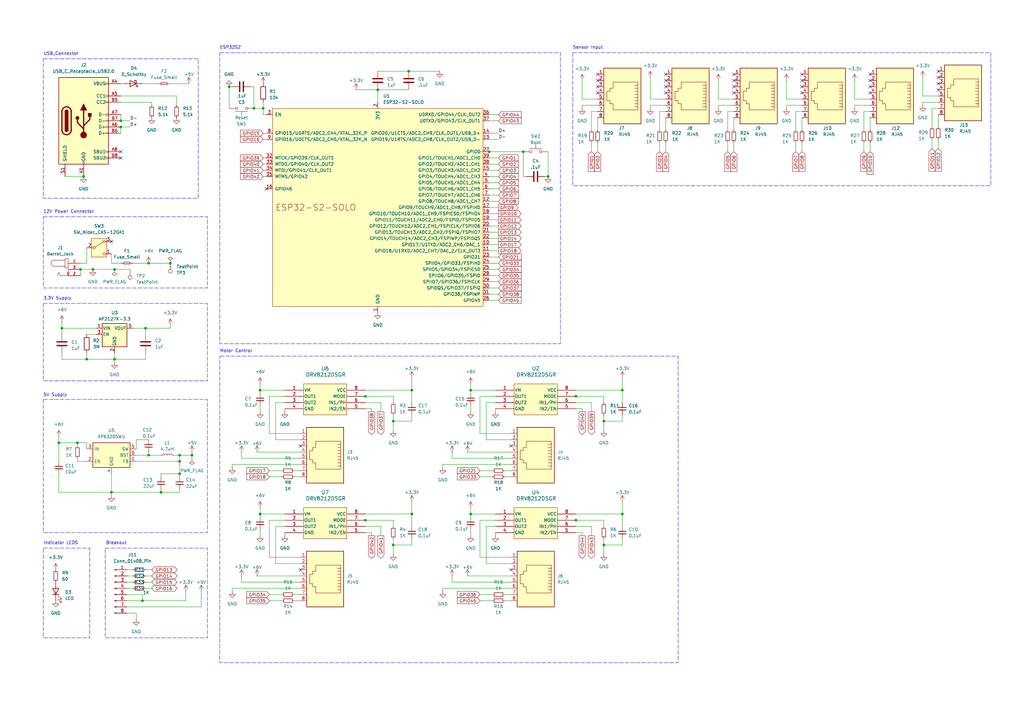
<source format=kicad_sch>
(kicad_sch (version 20231120) (generator "eeschema") (generator_version "8.0")
  (paper "A3")
  (junction (at 73.66 194.31))
  (junction (at 247.65 172.72))
  (junction (at 193.04 210.82))
  (junction (at 33.02 110.49))
  (junction (at 73.66 189.23))
  (junction (at 35.56 147.32))
  (junction (at 255.27 160.02))
  (junction (at 214.63 62.23))
  (junction (at 58.42 246.38))
  (junction (at 78.74 186.69))
  (junction (at 31.75 181.61))
  (junction (at 104.14 44.45))
  (junction (at 107.95 44.45))
  (junction (at 236.22 162.56))
  (junction (at 66.04 201.93))
  (junction (at 193.04 160.02))
  (junction (at 49.53 49.53))
  (junction (at 25.4 134.62))
  (junction (at 255.27 210.82))
  (junction (at 167.64 29.21))
  (junction (at 34.29 72.39))
  (junction (at 236.22 213.36))
  (junction (at 38.1 110.49))
  (junction (at 149.86 162.56))
  (junction (at 93.98 35.56))
  (junction (at 60.96 107.95))
  (junction (at 59.69 134.62))
  (junction (at 73.66 186.69))
  (junction (at 49.53 52.07))
  (junction (at 168.91 210.82))
  (junction (at 60.96 186.69))
  (junction (at 161.29 223.52))
  (junction (at 45.72 201.93))
  (junction (at 168.91 160.02))
  (junction (at 24.13 181.61))
  (junction (at 106.68 210.82))
  (junction (at 46.99 147.32))
  (junction (at 161.29 172.72))
  (junction (at 154.94 36.83))
  (junction (at 106.68 160.02))
  (junction (at 247.65 223.52))
  (junction (at 69.85 107.95))
  (junction (at 224.79 72.39))
  (junction (at 46.99 110.49))
  (junction (at 200.66 62.23))
  (junction (at 149.86 213.36))
  (no_connect (at 356.87 33.02))
  (no_connect (at 384.81 36.83))
  (no_connect (at 123.19 233.68))
  (no_connect (at 300.99 30.48))
  (no_connect (at 273.05 35.56))
  (no_connect (at 300.99 35.56))
  (no_connect (at 49.53 64.77))
  (no_connect (at 356.87 30.48))
  (no_connect (at 209.55 233.68))
  (no_connect (at 245.11 35.56))
  (no_connect (at 273.05 33.02))
  (no_connect (at 328.93 38.1))
  (no_connect (at 356.87 35.56))
  (no_connect (at 328.93 33.02))
  (no_connect (at 273.05 30.48))
  (no_connect (at 328.93 35.56))
  (no_connect (at 384.81 31.75))
  (no_connect (at 245.11 30.48))
  (no_connect (at 209.55 182.88))
  (no_connect (at 245.11 33.02))
  (no_connect (at 109.22 77.47))
  (no_connect (at 300.99 38.1))
  (no_connect (at 356.87 38.1))
  (no_connect (at 123.19 182.88))
  (no_connect (at 384.81 34.29))
  (no_connect (at 384.81 29.21))
  (no_connect (at 49.53 62.23))
  (no_connect (at 300.99 33.02))
  (no_connect (at 45.72 99.06))
  (no_connect (at 245.11 38.1))
  (no_connect (at 328.93 30.48))
  (no_connect (at 273.05 38.1))
  (wire (pts (xy 161.29 170.18) (xy 161.29 172.72)))
  (wire (pts (xy 49.53 39.37) (xy 72.39 39.37)))
  (wire (pts (xy 49.53 34.29) (xy 50.8 34.29)))
  (wire (pts (xy 204.47 95.25) (xy 200.66 95.25)))
  (wire (pts (xy 204.47 92.71) (xy 200.66 92.71)))
  (wire (pts (xy 95.25 190.5) (xy 123.19 190.5)))
  (wire (pts (xy 73.66 194.31) (xy 73.66 195.58)))
  (wire (pts (xy 104.14 44.45) (xy 107.95 44.45)))
  (wire (pts (xy 73.66 201.93) (xy 66.04 201.93)))
  (wire (pts (xy 73.66 186.69) (xy 73.66 189.23)))
  (wire (pts (xy 35.56 137.16) (xy 39.37 137.16)))
  (wire (pts (xy 185.42 185.42) (xy 185.42 187.96)))
  (wire (pts (xy 58.42 243.84) (xy 58.42 246.38)))
  (wire (pts (xy 378.46 41.91) (xy 384.81 41.91)))
  (wire (pts (xy 200.66 49.53) (xy 204.47 49.53)))
  (wire (pts (xy 196.85 246.38) (xy 201.93 246.38)))
  (wire (pts (xy 350.52 43.18) (xy 356.87 43.18)))
  (wire (pts (xy 105.41 236.22) (xy 123.19 236.22)))
  (wire (pts (xy 200.66 120.65) (xy 204.47 120.65)))
  (wire (pts (xy 294.64 40.64) (xy 300.99 40.64)))
  (wire (pts (xy 242.57 45.72) (xy 242.57 53.34)))
  (wire (pts (xy 168.91 223.52) (xy 168.91 220.98)))
  (wire (pts (xy 78.74 185.42) (xy 78.74 186.69)))
  (wire (pts (xy 378.46 39.37) (xy 384.81 39.37)))
  (wire (pts (xy 35.56 147.32) (xy 46.99 147.32)))
  (wire (pts (xy 270.51 45.72) (xy 273.05 45.72)))
  (wire (pts (xy 300.99 62.23) (xy 300.99 58.42)))
  (wire (pts (xy 106.68 217.17) (xy 106.68 219.71)))
  (wire (pts (xy 156.21 215.9) (xy 156.21 219.71)))
  (wire (pts (xy 193.04 160.02) (xy 203.2 160.02)))
  (wire (pts (xy 199.39 180.34) (xy 209.55 180.34)))
  (wire (pts (xy 161.29 215.9) (xy 161.29 213.36)))
  (wire (pts (xy 200.66 54.61) (xy 204.47 54.61)))
  (wire (pts (xy 24.13 181.61) (xy 31.75 181.61)))
  (wire (pts (xy 200.66 69.85) (xy 204.47 69.85)))
  (wire (pts (xy 55.88 189.23) (xy 73.66 189.23)))
  (wire (pts (xy 116.84 168.91) (xy 116.84 167.64)))
  (wire (pts (xy 106.68 166.37) (xy 106.68 168.91)))
  (wire (pts (xy 49.53 52.07) (xy 49.53 54.61)))
  (wire (pts (xy 196.85 177.8) (xy 209.55 177.8)))
  (wire (pts (xy 196.85 162.56) (xy 196.85 177.8)))
  (wire (pts (xy 266.7 40.64) (xy 273.05 40.64)))
  (wire (pts (xy 255.27 215.9) (xy 255.27 210.82)))
  (wire (pts (xy 203.2 219.71) (xy 203.2 218.44)))
  (wire (pts (xy 45.72 194.31) (xy 45.72 201.93)))
  (wire (pts (xy 62.23 43.18) (xy 62.23 41.91)))
  (wire (pts (xy 191.77 185.42) (xy 209.55 185.42)))
  (wire (pts (xy 326.39 58.42) (xy 326.39 62.23)))
  (wire (pts (xy 236.22 162.56) (xy 247.65 162.56)))
  (wire (pts (xy 270.51 45.72) (xy 270.51 53.34)))
  (wire (pts (xy 154.94 36.83) (xy 154.94 41.91)))
  (wire (pts (xy 54.61 238.76) (xy 52.07 238.76)))
  (wire (pts (xy 200.66 77.47) (xy 204.47 77.47)))
  (wire (pts (xy 76.2 242.57) (xy 76.2 246.38)))
  (wire (pts (xy 24.13 201.93) (xy 45.72 201.93)))
  (wire (pts (xy 242.57 165.1) (xy 242.57 168.91)))
  (wire (pts (xy 238.76 33.02) (xy 238.76 40.64)))
  (wire (pts (xy 161.29 220.98) (xy 161.29 223.52)))
  (wire (pts (xy 152.4 218.44) (xy 152.4 219.71)))
  (wire (pts (xy 242.57 45.72) (xy 245.11 45.72)))
  (wire (pts (xy 181.61 190.5) (xy 209.55 190.5)))
  (wire (pts (xy 73.66 189.23) (xy 73.66 194.31)))
  (wire (pts (xy 193.04 210.82) (xy 203.2 210.82)))
  (wire (pts (xy 76.2 246.38) (xy 58.42 246.38)))
  (wire (pts (xy 356.87 62.23) (xy 356.87 58.42)))
  (wire (pts (xy 200.66 74.93) (xy 204.47 74.93)))
  (wire (pts (xy 31.75 181.61) (xy 35.56 181.61)))
  (wire (pts (xy 204.47 90.17) (xy 200.66 90.17)))
  (wire (pts (xy 107.95 72.39) (xy 109.22 72.39)))
  (wire (pts (xy 236.22 213.36) (xy 247.65 213.36)))
  (wire (pts (xy 110.49 243.84) (xy 115.57 243.84)))
  (wire (pts (xy 116.84 165.1) (xy 113.03 165.1)))
  (wire (pts (xy 113.03 165.1) (xy 113.03 180.34)))
  (wire (pts (xy 25.4 134.62) (xy 25.4 137.16)))
  (wire (pts (xy 142.24 213.36) (xy 149.86 213.36)))
  (wire (pts (xy 203.2 213.36) (xy 196.85 213.36)))
  (wire (pts (xy 384.81 60.96) (xy 384.81 57.15)))
  (wire (pts (xy 54.61 233.68) (xy 52.07 233.68)))
  (wire (pts (xy 354.33 45.72) (xy 354.33 53.34)))
  (wire (pts (xy 116.84 162.56) (xy 110.49 162.56)))
  (wire (pts (xy 247.65 223.52) (xy 247.65 227.33)))
  (wire (pts (xy 200.66 118.11) (xy 204.47 118.11)))
  (wire (pts (xy 120.65 246.38) (xy 123.19 246.38)))
  (wire (pts (xy 59.69 147.32) (xy 59.69 144.78)))
  (wire (pts (xy 113.03 215.9) (xy 113.03 231.14)))
  (wire (pts (xy 350.52 33.02) (xy 350.52 40.64)))
  (wire (pts (xy 236.22 215.9) (xy 242.57 215.9)))
  (wire (pts (xy 255.27 205.74) (xy 255.27 210.82)))
  (wire (pts (xy 107.95 67.31) (xy 109.22 67.31)))
  (wire (pts (xy 104.14 35.56) (xy 104.14 44.45)))
  (wire (pts (xy 193.04 166.37) (xy 193.04 168.91)))
  (wire (pts (xy 204.47 105.41) (xy 200.66 105.41)))
  (wire (pts (xy 203.2 215.9) (xy 199.39 215.9)))
  (wire (pts (xy 255.27 223.52) (xy 255.27 220.98)))
  (wire (pts (xy 142.24 162.56) (xy 149.86 162.56)))
  (wire (pts (xy 35.56 144.78) (xy 35.56 147.32)))
  (wire (pts (xy 58.42 34.29) (xy 64.77 34.29)))
  (wire (pts (xy 247.65 172.72) (xy 255.27 172.72)))
  (wire (pts (xy 154.94 36.83) (xy 167.64 36.83)))
  (wire (pts (xy 168.91 172.72) (xy 168.91 170.18)))
  (wire (pts (xy 38.1 110.49) (xy 46.99 110.49)))
  (wire (pts (xy 196.85 243.84) (xy 201.93 243.84)))
  (wire (pts (xy 113.03 180.34) (xy 123.19 180.34)))
  (wire (pts (xy 298.45 58.42) (xy 298.45 62.23)))
  (wire (pts (xy 54.61 107.95) (xy 60.96 107.95)))
  (wire (pts (xy 200.66 67.31) (xy 204.47 67.31)))
  (wire (pts (xy 354.33 58.42) (xy 354.33 62.23)))
  (wire (pts (xy 60.96 107.95) (xy 69.85 107.95)))
  (wire (pts (xy 322.58 40.64) (xy 328.93 40.64)))
  (wire (pts (xy 62.23 236.22) (xy 59.69 236.22)))
  (wire (pts (xy 156.21 165.1) (xy 156.21 168.91)))
  (wire (pts (xy 66.04 194.31) (xy 73.66 194.31)))
  (wire (pts (xy 214.63 62.23) (xy 214.63 72.39)))
  (wire (pts (xy 181.61 242.57) (xy 181.61 241.3)))
  (wire (pts (xy 204.47 123.19) (xy 200.66 123.19)))
  (wire (pts (xy 110.49 177.8) (xy 123.19 177.8)))
  (wire (pts (xy 35.56 101.6) (xy 35.56 107.95)))
  (wire (pts (xy 294.64 33.02) (xy 294.64 40.64)))
  (wire (pts (xy 149.86 210.82) (xy 168.91 210.82)))
  (wire (pts (xy 255.27 154.94) (xy 255.27 160.02)))
  (wire (pts (xy 298.45 45.72) (xy 300.99 45.72)))
  (wire (pts (xy 228.6 213.36) (xy 236.22 213.36)))
  (wire (pts (xy 78.74 187.96) (xy 78.74 186.69)))
  (wire (pts (xy 73.66 186.69) (xy 78.74 186.69)))
  (wire (pts (xy 247.65 220.98) (xy 247.65 223.52)))
  (wire (pts (xy 110.49 213.36) (xy 110.49 228.6)))
  (wire (pts (xy 107.95 57.15) (xy 109.22 57.15)))
  (wire (pts (xy 102.87 35.56) (xy 104.14 35.56)))
  (wire (pts (xy 193.04 160.02) (xy 193.04 161.29)))
  (wire (pts (xy 322.58 33.02) (xy 322.58 40.64)))
  (wire (pts (xy 62.23 238.76) (xy 59.69 238.76)))
  (wire (pts (xy 236.22 160.02) (xy 255.27 160.02)))
  (wire (pts (xy 238.76 167.64) (xy 238.76 168.91)))
  (wire (pts (xy 200.66 62.23) (xy 214.63 62.23)))
  (wire (pts (xy 54.61 241.3) (xy 52.07 241.3)))
  (wire (pts (xy 193.04 210.82) (xy 193.04 212.09)))
  (wire (pts (xy 110.49 162.56) (xy 110.49 177.8)))
  (wire (pts (xy 110.49 246.38) (xy 115.57 246.38)))
  (wire (pts (xy 35.56 107.95) (xy 33.02 107.95)))
  (wire (pts (xy 356.87 53.34) (xy 356.87 48.26)))
  (wire (pts (xy 328.93 53.34) (xy 328.93 48.26)))
  (wire (pts (xy 113.03 231.14) (xy 123.19 231.14)))
  (wire (pts (xy 200.66 80.01) (xy 204.47 80.01)))
  (wire (pts (xy 25.4 134.62) (xy 39.37 134.62)))
  (wire (pts (xy 66.04 194.31) (xy 66.04 195.58)))
  (wire (pts (xy 152.4 167.64) (xy 152.4 168.91)))
  (wire (pts (xy 203.2 168.91) (xy 203.2 167.64)))
  (wire (pts (xy 73.66 200.66) (xy 73.66 201.93)))
  (wire (pts (xy 207.01 243.84) (xy 209.55 243.84)))
  (wire (pts (xy 31.75 189.23) (xy 31.75 187.96)))
  (wire (pts (xy 161.29 223.52) (xy 168.91 223.52)))
  (wire (pts (xy 270.51 58.42) (xy 270.51 62.23)))
  (wire (pts (xy 224.79 72.39) (xy 223.52 72.39)))
  (wire (pts (xy 185.42 236.22) (xy 185.42 238.76)))
  (wire (pts (xy 207.01 246.38) (xy 209.55 246.38)))
  (wire (pts (xy 95.25 35.56) (xy 93.98 35.56)))
  (wire (pts (xy 46.99 110.49) (xy 53.34 110.49)))
  (wire (pts (xy 255.27 165.1) (xy 255.27 160.02)))
  (wire (pts (xy 199.39 215.9) (xy 199.39 231.14)))
  (wire (pts (xy 149.86 162.56) (xy 161.29 162.56)))
  (wire (pts (xy 107.95 64.77) (xy 109.22 64.77)))
  (wire (pts (xy 266.7 31.75) (xy 266.7 40.64)))
  (wire (pts (xy 238.76 40.64) (xy 245.11 40.64)))
  (wire (pts (xy 196.85 195.58) (xy 201.93 195.58)))
  (wire (pts (xy 154.94 29.21) (xy 167.64 29.21)))
  (wire (pts (xy 149.86 160.02) (xy 168.91 160.02)))
  (wire (pts (xy 49.53 49.53) (xy 53.34 49.53)))
  (wire (pts (xy 107.95 44.45) (xy 107.95 46.99)))
  (wire (pts (xy 45.72 104.14) (xy 45.72 107.95)))
  (wire (pts (xy 193.04 208.28) (xy 193.04 210.82)))
  (wire (pts (xy 55.88 186.69) (xy 60.96 186.69)))
  (wire (pts (xy 322.58 44.45) (xy 322.58 43.18)))
  (wire (pts (xy 378.46 31.75) (xy 378.46 39.37)))
  (wire (pts (xy 247.65 215.9) (xy 247.65 213.36)))
  (wire (pts (xy 110.49 195.58) (xy 115.57 195.58)))
  (wire (pts (xy 200.66 97.79) (xy 204.47 97.79)))
  (wire (pts (xy 49.53 46.99) (xy 49.53 49.53)))
  (wire (pts (xy 60.96 186.69) (xy 60.96 185.42)))
  (wire (pts (xy 149.86 213.36) (xy 161.29 213.36)))
  (wire (pts (xy 55.88 180.34) (xy 60.96 180.34)))
  (wire (pts (xy 185.42 187.96) (xy 209.55 187.96)))
  (wire (pts (xy 200.66 72.39) (xy 204.47 72.39)))
  (wire (pts (xy 149.86 215.9) (xy 156.21 215.9)))
  (wire (pts (xy 105.41 185.42) (xy 123.19 185.42)))
  (wire (pts (xy 46.99 147.32) (xy 46.99 148.59)))
  (wire (pts (xy 350.52 40.64) (xy 356.87 40.64)))
  (wire (pts (xy 93.98 35.56) (xy 93.98 44.45)))
  (wire (pts (xy 204.47 110.49) (xy 200.66 110.49)))
  (wire (pts (xy 110.49 228.6) (xy 123.19 228.6)))
  (wire (pts (xy 161.29 172.72) (xy 161.29 176.53)))
  (wire (pts (xy 326.39 45.72) (xy 328.93 45.72)))
  (wire (pts (xy 236.22 165.1) (xy 242.57 165.1)))
  (wire (pts (xy 207.01 193.04) (xy 209.55 193.04)))
  (wire (pts (xy 106.68 160.02) (xy 116.84 160.02)))
  (wire (pts (xy 106.68 160.02) (xy 106.68 161.29)))
  (wire (pts (xy 146.05 36.83) (xy 154.94 36.83)))
  (wire (pts (xy 161.29 223.52) (xy 161.29 227.33)))
  (wire (pts (xy 199.39 165.1) (xy 199.39 180.34)))
  (wire (pts (xy 273.05 53.34) (xy 273.05 48.26)))
  (wire (pts (xy 200.66 102.87) (xy 204.47 102.87)))
  (wire (pts (xy 35.56 181.61) (xy 35.56 184.15)))
  (wire (pts (xy 196.85 193.04) (xy 201.93 193.04)))
  (wire (pts (xy 247.65 170.18) (xy 247.65 172.72)))
  (wire (pts (xy 242.57 58.42) (xy 242.57 62.23)))
  (wire (pts (xy 31.75 189.23) (xy 35.56 189.23)))
  (wire (pts (xy 200.66 57.15) (xy 204.47 57.15)))
  (wire (pts (xy 255.27 172.72) (xy 255.27 170.18)))
  (wire (pts (xy 350.52 44.45) (xy 350.52 43.18)))
  (wire (pts (xy 82.55 242.57) (xy 82.55 248.92)))
  (wire (pts (xy 62.23 233.68) (xy 59.69 233.68)))
  (wire (pts (xy 107.95 46.99) (xy 109.22 46.99)))
  (wire (pts (xy 106.68 157.48) (xy 106.68 160.02)))
  (wire (pts (xy 354.33 45.72) (xy 356.87 45.72)))
  (wire (pts (xy 193.04 217.17) (xy 193.04 219.71)))
  (wire (pts (xy 203.2 165.1) (xy 199.39 165.1)))
  (wire (pts (xy 382.27 44.45) (xy 384.81 44.45)))
  (wire (pts (xy 181.61 191.77) (xy 181.61 190.5)))
  (wire (pts (xy 200.66 100.33) (xy 204.47 100.33)))
  (wire (pts (xy 200.66 46.99) (xy 204.47 46.99)))
  (wire (pts (xy 224.79 62.23) (xy 224.79 72.39)))
  (wire (pts (xy 384.81 52.07) (xy 384.81 46.99)))
  (wire (pts (xy 120.65 193.04) (xy 123.19 193.04)))
  (wire (pts (xy 25.4 132.08) (xy 25.4 134.62)))
  (wire (pts (xy 95.25 191.77) (xy 95.25 190.5)))
  (wire (pts (xy 66.04 200.66) (xy 66.04 201.93)))
  (wire (pts (xy 55.88 184.15) (xy 55.88 180.34)))
  (wire (pts (xy 298.45 45.72) (xy 298.45 53.34)))
  (wire (pts (xy 204.47 85.09) (xy 200.66 85.09)))
  (wire (pts (xy 149.86 167.64) (xy 152.4 167.64)))
  (wire (pts (xy 106.68 210.82) (xy 106.68 212.09)))
  (wire (pts (xy 168.91 205.74) (xy 168.91 210.82)))
  (wire (pts (xy 95.25 241.3) (xy 123.19 241.3)))
  (wire (pts (xy 326.39 45.72) (xy 326.39 53.34)))
  (wire (pts (xy 69.85 134.62) (xy 59.69 134.62)))
  (wire (pts (xy 238.76 44.45) (xy 238.76 43.18)))
  (wire (pts (xy 238.76 218.44) (xy 238.76 219.71)))
  (wire (pts (xy 204.47 107.95) (xy 200.66 107.95)))
  (wire (pts (xy 207.01 195.58) (xy 209.55 195.58)))
  (wire (pts (xy 71.12 186.69) (xy 73.66 186.69)))
  (wire (pts (xy 46.99 147.32) (xy 59.69 147.32)))
  (wire (pts (xy 52.07 243.84) (xy 58.42 243.84)))
  (wire (pts (xy 45.72 203.2) (xy 45.72 201.93)))
  (wire (pts (xy 54.61 236.22) (xy 52.07 236.22)))
  (wire (pts (xy 185.42 238.76) (xy 209.55 238.76)))
  (wire (pts (xy 247.65 172.72) (xy 247.65 176.53)))
  (wire (pts (xy 161.29 172.72) (xy 168.91 172.72)))
  (wire (pts (xy 168.91 154.94) (xy 168.91 160.02)))
  (wire (pts (xy 382.27 44.45) (xy 382.27 52.07)))
  (wire (pts (xy 33.02 110.49) (xy 33.02 113.03)))
  (wire (pts (xy 196.85 213.36) (xy 196.85 228.6)))
  (wire (pts (xy 55.88 254) (xy 55.88 251.46)))
  (wire (pts (xy 55.88 251.46) (xy 52.07 251.46)))
  (wire (pts (xy 181.61 241.3) (xy 209.55 241.3)))
  (wire (pts (xy 200.66 82.55) (xy 204.47 82.55)))
  (wire (pts (xy 294.64 43.18) (xy 300.99 43.18)))
  (wire (pts (xy 266.7 43.18) (xy 273.05 43.18)))
  (wire (pts (xy 204.47 113.03) (xy 200.66 113.03)))
  (wire (pts (xy 99.06 187.96) (xy 123.19 187.96)))
  (wire (pts (xy 238.76 43.18) (xy 245.11 43.18)))
  (wire (pts (xy 31.75 181.61) (xy 31.75 182.88)))
  (wire (pts (xy 193.04 157.48) (xy 193.04 160.02)))
  (wire (pts (xy 191.77 236.22) (xy 209.55 236.22)))
  (wire (pts (xy 60.96 186.69) (xy 66.04 186.69)))
  (wire (pts (xy 273.05 62.23) (xy 273.05 58.42)))
  (wire (pts (xy 149.86 165.1) (xy 156.21 165.1)))
  (wire (pts (xy 116.84 213.36) (xy 110.49 213.36)))
  (wire (pts (xy 24.13 179.07) (xy 24.13 181.61)))
  (wire (pts (xy 46.99 147.32) (xy 46.99 144.78)))
  (wire (pts (xy 82.55 248.92) (xy 52.07 248.92)))
  (wire (pts (xy 196.85 62.23) (xy 200.66 62.23)))
  (wire (pts (xy 45.72 107.95) (xy 49.53 107.95)))
  (wire (pts (xy 247.65 223.52) (xy 255.27 223.52)))
  (wire (pts (xy 25.4 147.32) (xy 35.56 147.32)))
  (wire (pts (xy 62.23 41.91) (xy 49.53 41.91)))
  (wire (pts (xy 107.95 54.61) (xy 109.22 54.61)))
  (wire (pts (xy 59.69 134.62) (xy 59.69 137.16)))
  (wire (pts (xy 247.65 165.1) (xy 247.65 162.56)))
  (wire (pts (xy 236.22 210.82) (xy 255.27 210.82)))
  (wire (pts (xy 236.22 167.64) (xy 238.76 167.64)))
  (wire (pts (xy 228.6 162.56) (xy 236.22 162.56)))
  (wire (pts (xy 149.86 218.44) (xy 152.4 218.44)))
  (wire (pts (xy 168.91 215.9) (xy 168.91 210.82)))
  (wire (pts (xy 69.85 34.29) (xy 77.47 34.29)))
  (wire (pts (xy 322.58 43.18) (xy 328.93 43.18)))
  (wire (pts (xy 204.47 115.57) (xy 200.66 115.57)))
  (wire (pts (xy 236.22 218.44) (xy 238.76 218.44)))
  (wire (pts (xy 116.84 219.71) (xy 116.84 218.44)))
  (wire (pts (xy 378.46 43.18) (xy 378.46 41.91)))
  (wire (pts (xy 266.7 44.45) (xy 266.7 43.18)))
  (wire (pts (xy 215.9 72.39) (xy 214.63 72.39)))
  (wire (pts (xy 168.91 165.1) (xy 168.91 160.02)))
  (wire (pts (xy 294.64 44.45) (xy 294.64 43.18)))
  (wire (pts (xy 26.67 72.39) (xy 34.29 72.39)))
  (wire (pts (xy 120.65 243.84) (xy 123.19 243.84)))
  (wire (pts (xy 120.65 195.58) (xy 123.19 195.58)))
  (wire (pts (xy 54.61 134.62) (xy 59.69 134.62)))
  (wire (pts (xy 200.66 64.77) (xy 204.47 64.77)))
  (wire (pts (xy 33.02 110.49) (xy 38.1 110.49)))
  (wire (pts (xy 69.85 133.35) (xy 69.85 134.62)))
  (wire (pts (xy 199.39 231.14) (xy 209.55 231.14)))
  (wire (pts (xy 24.13 194.31) (xy 24.13 201.93)))
  (wire (pts (xy 106.68 210.82) (xy 116.84 210.82)))
  (wire (pts (xy 300.99 53.34) (xy 300.99 48.26)))
  (wire (pts (xy 203.2 162.56) (xy 196.85 162.56)))
  (wire (pts (xy 161.29 165.1) (xy 161.29 162.56)))
  (wire (pts (xy 25.4 147.32) (xy 25.4 144.78)))
  (wire (pts (xy 99.06 236.22) (xy 99.06 238.76)))
  (wire (pts (xy 24.13 189.23) (xy 24.13 181.61)))
  (wire (pts (xy 95.25 242.57) (xy 95.25 241.3)))
  (wire (pts (xy 49.53 52.07) (xy 53.34 52.07)))
  (wire (pts (xy 328.93 62.23) (xy 328.93 58.42)))
  (wire (pts (xy 245.11 53.34) (xy 245.11 48.26)))
  (wire (pts (xy 62.23 241.3) (xy 59.69 241.3)))
  (wire (pts (xy 167.64 29.21) (xy 180.34 29.21)))
  (wire (pts (xy 99.06 185.42) (xy 99.06 187.96)))
  (wire (pts (xy 106.68 208.28) (xy 106.68 210.82)))
  (wire (pts (xy 45.72 201.93) (xy 66.04 201.93)))
  (wire (pts (xy 107.95 41.91) (xy 107.95 44.45)))
  (wire (pts (xy 116.84 215.9) (xy 113.03 215.9)))
  (wire (pts (xy 242.57 215.9) (xy 242.57 219.71)))
  (wire (pts (xy 58.42 246.38) (xy 52.07 246.38)))
  (wire (pts (xy 382.27 57.15) (xy 382.27 60.96)))
  (wire (pts (xy 72.39 39.37) (xy 72.39 43.18)))
  (wire (pts (xy 204.47 87.63) (xy 200.66 87.63)))
  (wire (pts (xy 107.95 69.85) (xy 109.22 69.85)))
  (wire (pts (xy 245.11 62.23) (xy 245.11 58.42)))
  (wire (pts (xy 196.85 228.6) (xy 209.55 228.6)))
  (wire (pts (xy 99.06 238.76) (xy 123.19 238.76)))
  (wire (pts (xy 110.49 193.04) (xy 115.57 193.04)))
  (rectangle (start 17.78 88.9) (end 85.09 118.11) (stroke (width 0) (type dash)))
  (rectangle (start 17.78 124.46) (end 85.09 156.21) (stroke (width 0) (type dash)))
  (rectangle (start 43.18 224.79) (end 85.09 261.62) (stroke (width 0) (type dash)))
  (rectangle (start 17.78 224.79) (end 36.83 261.62) (stroke (width 0) (type dash)))
  (rectangle (start 234.95 21.59) (end 406.4 76.2) (stroke (width 0) (type dash)))
  (rectangle (start 17.78 163.83) (end 85.09 218.44) (stroke (width 0) (type dash)))
  (rectangle (start 17.78 24.13) (end 81.28 81.28) (stroke (width 0) (type dash)))
  (rectangle (start 90.17 146.05) (end 278.13 271.78) (stroke (width 0) (type dash)))
  (rectangle (start 90.17 21.59) (end 229.87 140.97) (stroke (width 0) (type dash)))
  (text "5V Supply" (at 17.78 162.814 0) (effects (font (size 1.27 1.27)) (justify left bottom)))
  (text "Indicator LEDS" (at 17.78 223.52 0) (effects (font (size 1.27 1.27)) (justify left bottom)))
  (text "Motor Control\n" (at 90.17 144.78 0) (effects (font (size 1.27 1.27)) (justify left bottom)))
  (text "Breakout\n" (at 43.434 223.52 0) (effects (font (size 1.27 1.27)) (justify left bottom)))
  (text "Sensor Input\n" (at 234.95 20.32 0) (effects (font (size 1.27 1.27)) (justify left bottom)))
  (text "USB_Connector" (at 17.78 22.86 0) (effects (font (size 1.27 1.27)) (justify left bottom)))
  (text "ESP32S2" (at 90.17 20.32 0) (effects (font (size 1.27 1.27)) (justify left bottom)))
  (text "3.3V Supply" (at 17.78 123.19 0) (effects (font (size 1.27 1.27)) (justify left bottom)))
  (text "12V Power Connector\n" (at 17.78 87.63 0) (effects (font (size 1.27 1.27)) (justify left bottom)))
  (label "D+" (at 53.34 52.07 0))
  (label "D-" (at 204.47 57.15 0))
  (label "D+" (at 204.47 54.61 0))
  (label "D-" (at 53.34 49.53 0))
  (global_label "GPIO43" (shape input) (at 204.47 49.53 0) (property "Intersheetrefs" "${INTERSHEET_REFS}" (effects (hide yes))))
  (global_label "GPIO21" (shape input) (at 196.85 193.04 180) (property "Intersheetrefs" "${INTERSHEET_REFS}" (effects (hide yes))))
  (global_label "GPIO13" (shape output) (at 204.47 95.25 0) (property "Intersheetrefs" "${INTERSHEET_REFS}" (effects (hide yes))))
  (global_label "GPIO44" (shape input) (at 204.47 46.99 0) (property "Intersheetrefs" "${INTERSHEET_REFS}" (effects (hide yes))))
  (global_label "GPIO8" (shape input) (at 328.93 62.23 270) (property "Intersheetrefs" "${INTERSHEET_REFS}" (effects (hide yes))))
  (global_label "GPIO41" (shape output) (at 156.21 219.71 270) (property "Intersheetrefs" "${INTERSHEET_REFS}" (effects (hide yes))))
  (global_label "GPIO5" (shape input) (at 204.47 74.93 0) (property "Intersheetrefs" "${INTERSHEET_REFS}" (effects (hide yes))))
  (global_label "GPIO15" (shape bidirectional) (at 62.23 238.76 0) (property "Intersheetrefs" "${INTERSHEET_REFS}" (effects (hide yes))))
  (global_label "GPIO12" (shape input) (at 384.81 60.96 270) (property "Intersheetrefs" "${INTERSHEET_REFS}" (effects (hide yes))))
  (global_label "GPIO6" (shape input) (at 300.99 62.23 270) (property "Intersheetrefs" "${INTERSHEET_REFS}" (effects (hide yes))))
  (global_label "GPIO35" (shape input) (at 204.47 113.03 0) (property "Intersheetrefs" "${INTERSHEET_REFS}" (effects (hide yes))))
  (global_label "GPIO14" (shape bidirectional) (at 62.23 236.22 0) (property "Intersheetrefs" "${INTERSHEET_REFS}" (effects (hide yes))))
  (global_label "GPIO33" (shape input) (at 196.85 195.58 180) (property "Intersheetrefs" "${INTERSHEET_REFS}" (effects (hide yes))))
  (global_label "GPIO9" (shape output) (at 204.47 85.09 0) (property "Intersheetrefs" "${INTERSHEET_REFS}" (effects (hide yes))))
  (global_label "GPIO4" (shape input) (at 204.47 72.39 0) (property "Intersheetrefs" "${INTERSHEET_REFS}" (effects (hide yes))))
  (global_label "GPIO45" (shape input) (at 204.47 123.19 0) (property "Intersheetrefs" "${INTERSHEET_REFS}" (effects (hide yes))))
  (global_label "GPIO21" (shape input) (at 204.47 105.41 0) (property "Intersheetrefs" "${INTERSHEET_REFS}" (effects (hide yes))))
  (global_label "GPIO5" (shape input) (at 298.45 62.23 270) (property "Intersheetrefs" "${INTERSHEET_REFS}" (effects (hide yes))))
  (global_label "GPIO41" (shape input) (at 107.95 69.85 180) (property "Intersheetrefs" "${INTERSHEET_REFS}" (effects (hide yes))))
  (global_label "GPIO44" (shape output) (at 238.76 219.71 270) (property "Intersheetrefs" "${INTERSHEET_REFS}" (effects (hide yes))))
  (global_label "GPIO37" (shape input) (at 204.47 118.11 0) (property "Intersheetrefs" "${INTERSHEET_REFS}" (effects (hide yes))))
  (global_label "GPIO4" (shape input) (at 273.05 62.23 270) (property "Intersheetrefs" "${INTERSHEET_REFS}" (effects (hide yes))))
  (global_label "GPIO45" (shape input) (at 196.85 246.38 180) (property "Intersheetrefs" "${INTERSHEET_REFS}" (effects (hide yes))))
  (global_label "GPIO36" (shape input) (at 196.85 243.84 180) (property "Intersheetrefs" "${INTERSHEET_REFS}" (effects (hide yes))))
  (global_label "GPIO13" (shape bidirectional) (at 62.23 233.68 0) (property "Intersheetrefs" "${INTERSHEET_REFS}" (effects (hide yes))))
  (global_label "GPIO39" (shape input) (at 107.95 64.77 180) (property "Intersheetrefs" "${INTERSHEET_REFS}" (effects (hide yes))))
  (global_label "GPIO16" (shape bidirectional) (at 62.23 241.3 0) (property "Intersheetrefs" "${INTERSHEET_REFS}" (effects (hide yes))))
  (global_label "GPIO2" (shape input) (at 245.11 62.23 270) (property "Intersheetrefs" "${INTERSHEET_REFS}" (effects (hide yes))))
  (global_label "GPIO18" (shape output) (at 204.47 102.87 0) (property "Intersheetrefs" "${INTERSHEET_REFS}" (effects (hide yes))))
  (global_label "GPIO10" (shape output) (at 204.47 87.63 0) (property "Intersheetrefs" "${INTERSHEET_REFS}" (effects (hide yes))))
  (global_label "GPIO8" (shape input) (at 204.47 82.55 0) (property "Intersheetrefs" "${INTERSHEET_REFS}" (effects (hide yes))))
  (global_label "GPIO9" (shape input) (at 354.33 62.23 270) (property "Intersheetrefs" "${INTERSHEET_REFS}" (effects (hide yes))))
  (global_label "GPIO1" (shape input) (at 242.57 62.23 270) (property "Intersheetrefs" "${INTERSHEET_REFS}" (effects (hide yes))))
  (global_label "GPIO40" (shape input) (at 107.95 67.31 180) (property "Intersheetrefs" "${INTERSHEET_REFS}" (effects (hide yes))))
  (global_label "GPIO12" (shape output) (at 204.47 92.71 0) (property "Intersheetrefs" "${INTERSHEET_REFS}" (effects (hide yes))))
  (global_label "GPIO18" (shape input) (at 110.49 195.58 180) (property "Intersheetrefs" "${INTERSHEET_REFS}" (effects (hide yes))))
  (global_label "GPIO11" (shape input) (at 382.27 60.96 270) (property "Intersheetrefs" "${INTERSHEET_REFS}" (effects (hide yes))))
  (global_label "GPIO34" (shape input) (at 110.49 243.84 180) (property "Intersheetrefs" "${INTERSHEET_REFS}" (effects (hide yes))))
  (global_label "GPIO15" (shape input) (at 107.95 54.61 180) (property "Intersheetrefs" "${INTERSHEET_REFS}" (effects (hide yes))))
  (global_label "GPIO7" (shape input) (at 204.47 80.01 0) (property "Intersheetrefs" "${INTERSHEET_REFS}" (effects (hide yes))))
  (global_label "GPIO42" (shape output) (at 152.4 219.71 270) (property "Intersheetrefs" "${INTERSHEET_REFS}" (effects (hide yes))))
  (global_label "GPIO1" (shape input) (at 204.47 64.77 0) (property "Intersheetrefs" "${INTERSHEET_REFS}" (effects (hide yes))))
  (global_label "GPIO16" (shape input) (at 107.95 57.15 180) (property "Intersheetrefs" "${INTERSHEET_REFS}" (effects (hide yes))))
  (global_label "GPIO17" (shape output) (at 204.47 100.33 0) (property "Intersheetrefs" "${INTERSHEET_REFS}" (effects (hide yes))))
  (global_label "GPIO37" (shape output) (at 156.21 168.91 270) (property "Intersheetrefs" "${INTERSHEET_REFS}" (effects (hide yes))))
  (global_label "GPIO34" (shape input) (at 204.47 110.49 0) (property "Intersheetrefs" "${INTERSHEET_REFS}" (effects (hide yes))))
  (global_label "GPIO36" (shape input) (at 204.47 115.57 0) (property "Intersheetrefs" "${INTERSHEET_REFS}" (effects (hide yes))))
  (global_label "GPIO43" (shape output) (at 242.57 219.71 270) (property "Intersheetrefs" "${INTERSHEET_REFS}" (effects (hide yes))))
  (global_label "GPIO17" (shape input) (at 110.49 193.04 180) (property "Intersheetrefs" "${INTERSHEET_REFS}" (effects (hide yes))))
  (global_label "GPIO33" (shape input) (at 204.47 107.95 0) (property "Intersheetrefs" "${INTERSHEET_REFS}" (effects (hide yes))))
  (global_label "GPIO11" (shape output) (at 204.47 90.17 0) (property "Intersheetrefs" "${INTERSHEET_REFS}" (effects (hide yes))))
  (global_label "GPIO10" (shape input) (at 356.87 62.23 270) (property "Intersheetrefs" "${INTERSHEET_REFS}" (effects (hide yes))))
  (global_label "GPIO7" (shape input) (at 326.39 62.23 270) (property "Intersheetrefs" "${INTERSHEET_REFS}" (effects (hide yes))))
  (global_label "GPIO2" (shape input) (at 204.47 67.31 0) (property "Intersheetrefs" "${INTERSHEET_REFS}" (effects (hide yes))))
  (global_label "GPIO6" (shape input) (at 204.47 77.47 0) (property "Intersheetrefs" "${INTERSHEET_REFS}" (effects (hide yes))))
  (global_label "GPIO3" (shape input) (at 270.51 62.23 270) (property "Intersheetrefs" "${INTERSHEET_REFS}" (effects (hide yes))))
  (global_label "GPIO35" (shape input) (at 110.49 246.38 180) (property "Intersheetrefs" "${INTERSHEET_REFS}" (effects (hide yes))))
  (global_label "GPIO40" (shape output) (at 238.76 168.91 270) (property "Intersheetrefs" "${INTERSHEET_REFS}" (effects (hide yes))))
  (global_label "GPIO14" (shape output) (at 204.47 97.79 0) (property "Intersheetrefs" "${INTERSHEET_REFS}" (effects (hide yes))))
  (global_label "GPIO42" (shape input) (at 107.95 72.39 180) (property "Intersheetrefs" "${INTERSHEET_REFS}" (effects (hide yes))))
  (global_label "GPIO39" (shape output) (at 242.57 168.91 270) (property "Intersheetrefs" "${INTERSHEET_REFS}" (effects (hide yes))))
  (global_label "GPIO38" (shape input) (at 204.47 120.65 0) (property "Intersheetrefs" "${INTERSHEET_REFS}" (effects (hide yes))))
  (global_label "GPIO38" (shape output) (at 152.4 168.91 270) (property "Intersheetrefs" "${INTERSHEET_REFS}" (effects (hide yes))))
  (global_label "GPIO3" (shape input) (at 204.47 69.85 0) (property "Intersheetrefs" "${INTERSHEET_REFS}" (effects (hide yes))))
  (symbol (lib_id "power:+6V") (at 25.4 132.08 0) (unit 1)
    (property "Reference" "#PWR02" (effects (hide yes)))
    (property "Value" "+6V" (at 25.4 127 0))
    (property "Description" "Power symbol creates a global label with name \"+6V\"" (effects (hide yes)))
  )
  (symbol (lib_id "power:+3.3V") (at 168.91 205.74 0) (unit 1)
    (property "Reference" "#PWR050" (effects (hide yes)))
    (property "Value" "+3.3V" (at 168.91 201.93 0))
    (property "Description" "Power symbol creates a global label with name \"+3.3V\"" (effects (hide yes)))
  )
  (symbol (lib_id "Device:R_Small") (at 118.11 246.38 270) (unit 1)
    (property "Reference" "R14" (at 118.11 248.666 90))
    (property "Value" "1K" (at 118.11 251.206 90))
    (property "Footprint" "Resistor_SMD:R_0805_2012Metric" (effects (hide yes)))
    (property "Description" "Resistor, small symbol" (effects (hide yes)))
  )
  (symbol (lib_id "power:+3.3V") (at 99.06 185.42 0) (unit 1)
    (property "Reference" "#PWR013" (effects (hide yes)))
    (property "Value" "+3.3V" (at 99.06 181.61 0))
    (property "Description" "Power symbol creates a global label with name \"+3.3V\"" (effects (hide yes)))
  )
  (symbol (lib_id "Connector:TestPoint") (at 69.85 107.95 0) (mirror x) (unit 1)
    (property "Reference" "TP3" (at 72.39 111.887 0) (effects (justify left)))
    (property "Value" "TestPoint" (at 72.39 109.347 0) (effects (justify left)))
    (property "Footprint" "TestPoint:TestPoint_Plated_Hole_D3.0mm" (effects (hide yes)))
    (property "Description" "test point" (effects (hide yes)))
  )
  (symbol (lib_id "power:+3.3V") (at 69.85 133.35 0) (unit 1)
    (property "Reference" "#PWR03" (effects (hide yes)))
    (property "Value" "+3.3V" (at 69.85 128.27 0))
    (property "Description" "Power symbol creates a global label with name \"+3.3V\"" (effects (hide yes)))
  )
  (symbol (lib_id "Device:Fuse_Small") (at 52.07 107.95 0) (unit 1)
    (property "Reference" "F1" (at 52.07 102.87 0))
    (property "Value" "Fuse_Small" (at 52.07 105.41 0))
    (property "Footprint" "Fuse:Fuse_0805_2012Metric" (effects (hide yes)))
    (property "Description" "Fuse, small symbol" (effects (hide yes)))
  )
  (symbol (lib_id "power:+3.3V") (at 350.52 33.02 0) (unit 1)
    (property "Reference" "#PWR055" (effects (hide yes)))
    (property "Value" "+3.3V" (at 350.52 28.194 0))
    (property "Description" "Power symbol creates a global label with name \"+3.3V\"" (effects (hide yes)))
  )
  (symbol (lib_id "Switch:SW_Nidec_CAS-120A1") (at 40.64 101.6 0) (unit 1)
    (property "Reference" "SW3" (at 40.64 92.71 0))
    (property "Value" "SW_Nidec_CAS-120A1" (at 40.64 95.25 0))
    (property "Footprint" "Button_Switch_SMD:Nidec_Copal_CAS-120A" (effects (hide yes)))
    (property "Datasheet" "https://www.nidec-components.com/e/catalog/switch/cas.pdf" (effects (hide yes)))
    (property "Description" "Switch, single pole double throw" (effects (hide yes)))
  )
  (symbol (lib_id "power:GND") (at 378.46 43.18 0) (unit 1)
    (property "Reference" "#PWR057" (effects (hide yes)))
    (property "Value" "GND" (at 378.46 48.26 0))
    (property "Description" "Power symbol creates a global label with name \"GND\" , ground" (effects (hide yes)))
  )
  (symbol (lib_id "power:GND") (at 203.2 168.91 0) (unit 1)
    (property "Reference" "#PWR040" (effects (hide yes)))
    (property "Value" "GND" (at 203.2 173.99 0))
    (property "Description" "Power symbol creates a global label with name \"GND\" , ground" (effects (hide yes)))
  )
  (symbol (lib_id "DRV8870DDA:DRV8212DSGR") (at 219.71 163.83 0) (unit 1)
    (property "Reference" "U2" (at 219.71 151.13 0) (effects (font (size 1.524 1.524))))
    (property "Value" "DRV8212DSGR" (at 219.964 153.67 0) (effects (font (size 1.524 1.524))))
    (property "Footprint" "DRV8870DDA:WSON_212DSGR_TEX" (effects (hide yes)))
    (property "Datasheet" "DRV8212DSGR" (effects (hide yes)))
  )
  (symbol (lib_id "power:GND") (at 45.72 203.2 0) (unit 1)
    (property "Reference" "#PWR030" (effects (hide yes)))
    (property "Value" "GND" (at 45.72 208.28 0))
    (property "Description" "Power symbol creates a global label with name \"GND\" , ground" (effects (hide yes)))
  )
  (symbol (lib_id "power:GND") (at 106.68 219.71 0) (unit 1)
    (property "Reference" "#PWR027" (effects (hide yes)))
    (property "Value" "GND" (at 106.68 224.79 0))
    (property "Description" "Power symbol creates a global label with name \"GND\" , ground" (effects (hide yes)))
  )
  (symbol (lib_id "power:+3.3V") (at 378.46 31.75 0) (unit 1)
    (property "Reference" "#PWR058" (effects (hide yes)))
    (property "Value" "+3.3V" (at 378.46 26.924 0))
    (property "Description" "Power symbol creates a global label with name \"+3.3V\"" (effects (hide yes)))
  )
  (symbol (lib_id "power:GND") (at 193.04 168.91 0) (unit 1)
    (property "Reference" "#PWR036" (effects (hide yes)))
    (property "Value" "GND" (at 193.04 173.99 0))
    (property "Description" "Power symbol creates a global label with name \"GND\" , ground" (effects (hide yes)))
  )
  (symbol (lib_id "power:GND") (at 72.39 48.26 0) (unit 1)
    (property "Reference" "#PWR033" (effects (hide yes)))
    (property "Value" "GND" (at 72.39 53.34 0))
    (property "Description" "Power symbol creates a global label with name \"GND\" , ground" (effects (hide yes)))
  )
  (symbol (lib_id "power:+3.3V") (at 294.64 33.02 0) (unit 1)
    (property "Reference" "#PWR075" (effects (hide yes)))
    (property "Value" "+3.3V" (at 294.64 28.194 0))
    (property "Description" "Power symbol creates a global label with name \"+3.3V\"" (effects (hide yes)))
  )
  (symbol (lib_id "power:+3.3V") (at 185.42 236.22 0) (unit 1)
    (property "Reference" "#PWR020" (effects (hide yes)))
    (property "Value" "+3.3V" (at 185.42 232.41 0))
    (property "Description" "Power symbol creates a global label with name \"+3.3V\"" (effects (hide yes)))
  )
  (symbol (lib_id "power:GND") (at 116.84 168.91 0) (unit 1)
    (property "Reference" "#PWR045" (effects (hide yes)))
    (property "Value" "GND" (at 116.84 173.99 0))
    (property "Description" "Power symbol creates a global label with name \"GND\" , ground" (effects (hide yes)))
  )
  (symbol (lib_id "power:+3.3V") (at 146.05 36.83 0) (unit 1)
    (property "Reference" "#PWR010" (effects (hide yes)))
    (property "Value" "+3.3V" (at 146.05 33.02 0))
    (property "Description" "Power symbol creates a global label with name \"+3.3V\"" (effects (hide yes)))
  )
  (symbol (lib_id "power:PWR_FLAG") (at 46.99 110.49 180) (unit 1)
    (property "Reference" "#FLG02" (effects (hide yes)))
    (property "Value" "PWR_FLAG" (at 46.99 115.57 0))
    (property "Description" "Special symbol for telling ERC where power comes from" (effects (hide yes)))
  )
  (symbol (lib_id "Device:R") (at 35.56 140.97 180) (unit 1)
    (property "Reference" "R2" (at 38.1 139.7 0) (effects (justify right)))
    (property "Value" "3M" (at 38.1 142.24 0) (effects (justify right)))
    (property "Footprint" "Resistor_SMD:R_0805_2012Metric" (effects (hide yes)))
    (property "Description" "Resistor" (effects (hide yes)))
  )
  (symbol (lib_id "Device:R_Small") (at 384.81 54.61 0) (unit 1)
    (property "Reference" "R30" (at 387.35 53.3399 0) (effects (justify left)))
    (property "Value" "1K" (at 387.35 55.8799 0) (effects (justify left)))
    (property "Footprint" "Resistor_SMD:R_0805_2012Metric" (effects (hide yes)))
    (property "Description" "Resistor, small symbol" (effects (hide yes)))
  )
  (symbol (lib_id "power:GND") (at 161.29 227.33 0) (unit 1)
    (property "Reference" "#PWR048" (effects (hide yes)))
    (property "Value" "GND" (at 161.29 232.41 0))
    (property "Description" "Power symbol creates a global label with name \"GND\" , ground" (effects (hide yes)))
  )
  (symbol (lib_id "power:+6V") (at 191.77 236.22 0) (unit 1)
    (property "Reference" "#PWR029" (effects (hide yes)))
    (property "Value" "+6V" (at 191.77 232.664 0))
    (property "Description" "Power symbol creates a global label with name \"+6V\"" (effects (hide yes)))
  )
  (symbol (lib_id "Connector:RJ45") (at 394.97 36.83 180) (unit 1)
    (property "Reference" "J13" (at 393.446 51.308 0) (effects (justify right)))
    (property "Value" "RJ45" (at 393.446 53.848 0) (effects (justify right)))
    (property "Footprint" "Connector_RJ:RJ45_Amphenol_54602-x08_Horizontal" (effects (hide yes)))
    (property "Description" "RJ connector, 8P8C (8 positions 8 connected)" (effects (hide yes)))
  )
  (symbol (lib_id "power:GND") (at 116.84 219.71 0) (unit 1)
    (property "Reference" "#PWR046" (effects (hide yes)))
    (property "Value" "GND" (at 116.84 224.79 0))
    (property "Description" "Power symbol creates a global label with name \"GND\" , ground" (effects (hide yes)))
  )
  (symbol (lib_id "Connector:RJ45") (at 219.71 236.22 180) (unit 1)
    (property "Reference" "J6" (at 228.6 236.2199 0) (effects (justify right)))
    (property "Value" "RJ45" (at 228.6 238.7599 0) (effects (justify right)))
    (property "Footprint" "Connector_RJ:RJ45_Amphenol_54602-x08_Horizontal" (effects (hide yes)))
    (property "Description" "RJ connector, 8P8C (8 positions 8 connected)" (effects (hide yes)))
  )
  (symbol (lib_id "Device:C_Small") (at 24.13 191.77 0) (unit 1)
    (property "Reference" "C11" (at 26.67 191.008 0) (effects (justify left)))
    (property "Value" "10uF" (at 26.67 193.548 0) (effects (justify left)))
    (property "Footprint" "Capacitor_SMD:C_0805_2012Metric" (effects (hide yes)))
    (property "Description" "Unpolarized capacitor, small symbol" (effects (hide yes)))
  )
  (symbol (lib_id "power:GND") (at 62.23 48.26 0) (unit 1)
    (property "Reference" "#PWR032" (effects (hide yes)))
    (property "Value" "GND" (at 62.23 53.34 0))
    (property "Description" "Power symbol creates a global label with name \"GND\" , ground" (effects (hide yes)))
  )
  (symbol (lib_id "Device:C") (at 154.94 33.02 0) (unit 1)
    (property "Reference" "C5" (at 158.75 32.385 0) (effects (justify left)))
    (property "Value" "1uF" (at 158.75 34.925 0) (effects (justify left)))
    (property "Footprint" "Capacitor_SMD:C_0805_2012Metric" (effects (hide yes)))
    (property "Description" "Unpolarized capacitor" (effects (hide yes)))
  )
  (symbol (lib_id "Device:R_Small") (at 57.15 233.68 270) (unit 1)
    (property "Reference" "R31" (at 57.15 233.68 90))
    (property "Value" "1K" (effects (hide yes)))
    (property "Footprint" "Resistor_SMD:R_0805_2012Metric" (effects (hide yes)))
    (property "Description" "Resistor, small symbol" (effects (hide yes)))
  )
  (symbol (lib_id "Switch:SW_Omron_B3FS") (at 219.71 62.23 0) (unit 1)
    (property "Reference" "SW2" (at 219.71 55.88 0))
    (property "Value" "Boot" (at 219.71 58.42 0))
    (property "Footprint" "Button_Switch_SMD:SW_Push_1P1T_NO_6x6mm_H9.5mm" (effects (hide yes)))
    (property "Datasheet" "https://omronfs.omron.com/en_US/ecb/products/pdf/en-b3fs.pdf" (effects (hide yes)))
    (property "Description" "Omron B3FS 6x6mm single pole normally-open tactile switch" (effects (hide yes)))
  )
  (symbol (lib_id "Device:R_Small") (at 204.47 193.04 270) (unit 1)
    (property "Reference" "R17" (at 204.47 187.96 90))
    (property "Value" "1K" (at 204.47 190.5 90))
    (property "Footprint" "Resistor_SMD:R_0805_2012Metric" (effects (hide yes)))
    (property "Description" "Resistor, small symbol" (effects (hide yes)))
  )
  (symbol (lib_id "power:GND") (at 55.88 254 0) (unit 1)
    (property "Reference" "#PWR056" (effects (hide yes)))
    (property "Value" "GND" (at 55.88 259.08 0))
    (property "Description" "Power symbol creates a global label with name \"GND\" , ground" (effects (hide yes)))
  )
  (symbol (lib_id "Device:R_Small") (at 204.47 195.58 270) (unit 1)
    (property "Reference" "R18" (at 204.47 197.866 90))
    (property "Value" "1K" (at 204.47 200.406 90))
    (property "Footprint" "Resistor_SMD:R_0805_2012Metric" (effects (hide yes)))
    (property "Description" "Resistor, small symbol" (effects (hide yes)))
  )
  (symbol (lib_id "Device:R_Small") (at 57.15 241.3 270) (unit 1)
    (property "Reference" "R34" (at 57.15 241.3 90))
    (property "Value" "1K" (at 59.944 243.078 90))
    (property "Footprint" "Resistor_SMD:R_0805_2012Metric" (effects (hide yes)))
    (property "Description" "Resistor, small symbol" (effects (hide yes)))
  )
  (symbol (lib_id "PCM_Espressif:ESP32-S2-SOLO") (at 154.94 85.09 0) (unit 1)
    (property "Reference" "U1" (at 157.1341 39.37 0) (effects (justify left)))
    (property "Value" "ESP32-S2-SOLO" (at 157.1341 41.91 0) (effects (justify left)))
    (property "Footprint" "PCM_Espressif:ESP32-S2-SOLO" (effects (hide yes)))
    (property "Datasheet" "https://www.espressif.com/sites/default/files/documentation/esp32-s2-solo_esp32-s2-solo-u_datasheet_en.pdf" (effects (hide yes)))
    (property "Description" "ESP32-S2-SOLO and ESP32-S2-SOLO-U are two powerful, generic Wi-Fi MCU modules that have a rich set of peripherals." (effects (hide yes)))
  )
  (symbol (lib_id "power:GND") (at 95.25 191.77 0) (unit 1)
    (property "Reference" "#PWR015" (effects (hide yes)))
    (property "Value" "GND" (at 95.25 196.85 0))
    (property "Description" "Power symbol creates a global label with name \"GND\" , ground" (effects (hide yes)))
  )
  (symbol (lib_id "power:+3.3V") (at 99.06 236.22 0) (unit 1)
    (property "Reference" "#PWR014" (effects (hide yes)))
    (property "Value" "+3.3V" (at 99.06 232.41 0))
    (property "Description" "Power symbol creates a global label with name \"+3.3V\"" (effects (hide yes)))
  )
  (symbol (lib_id "Connector:RJ45") (at 255.27 38.1 180) (unit 1)
    (property "Reference" "J7" (at 253.746 52.578 0) (effects (justify right)))
    (property "Value" "RJ45" (at 253.746 55.118 0) (effects (justify right)))
    (property "Footprint" "Connector_RJ:RJ45_Amphenol_54602-x08_Horizontal" (effects (hide yes)))
    (property "Description" "RJ connector, 8P8C (8 positions 8 connected)" (effects (hide yes)))
  )
  (symbol (lib_id "Connector:Conn_01x08_Pin") (at 46.99 241.3 0) (unit 1)
    (property "Reference" "J11" (at 54.356 227.584 0))
    (property "Value" "Conn_01x08_Pin" (at 54.356 230.124 0))
    (property "Footprint" "Connector_PinHeader_2.54mm:PinHeader_2x08_P2.54mm_Vertical" (effects (hide yes)))
    (property "Description" "Generic connector, single row, 01x08, script generated" (effects (hide yes)))
  )
  (symbol (lib_id "power:GND") (at 247.65 227.33 0) (unit 1)
    (property "Reference" "#PWR053" (effects (hide yes)))
    (property "Value" "GND" (at 247.65 232.41 0))
    (property "Description" "Power symbol creates a global label with name \"GND\" , ground" (effects (hide yes)))
  )
  (symbol (lib_id "power:GND") (at 294.64 44.45 0) (unit 1)
    (property "Reference" "#PWR074" (effects (hide yes)))
    (property "Value" "GND" (at 294.64 49.53 0))
    (property "Description" "Power symbol creates a global label with name \"GND\" , ground" (effects (hide yes)))
  )
  (symbol (lib_id "Device:R_Small") (at 354.33 55.88 0) (unit 1)
    (property "Reference" "R27" (at 348.742 55.626 0) (effects (justify left)))
    (property "Value" "1K" (at 348.742 58.166 0) (effects (justify left)))
    (property "Footprint" "Resistor_SMD:R_0805_2012Metric" (effects (hide yes)))
    (property "Description" "Resistor, small symbol" (effects (hide yes)))
  )
  (symbol (lib_id "Device:R_Small") (at 62.23 45.72 0) (unit 1)
    (property "Reference" "R12" (at 64.77 44.45 0) (effects (justify left)))
    (property "Value" "5.1k" (at 64.77 46.99 0) (effects (justify left)))
    (property "Footprint" "Resistor_SMD:R_0805_2012Metric" (effects (hide yes)))
    (property "Description" "Resistor, small symbol" (effects (hide yes)))
  )
  (symbol (lib_id "power:+3.3V") (at 185.42 185.42 0) (unit 1)
    (property "Reference" "#PWR024" (effects (hide yes)))
    (property "Value" "+3.3V" (at 185.42 181.61 0))
    (property "Description" "Power symbol creates a global label with name \"+3.3V\"" (effects (hide yes)))
  )
  (symbol (lib_id "power:+6V") (at 24.13 179.07 0) (unit 1)
    (property "Reference" "#PWR031" (effects (hide yes)))
    (property "Value" "+6V" (at 24.13 173.99 0))
    (property "Description" "Power symbol creates a global label with name \"+6V\"" (effects (hide yes)))
  )
  (symbol (lib_id "Device:C") (at 219.71 72.39 90) (unit 1)
    (property "Reference" "C4" (at 219.71 66.04 90))
    (property "Value" ".1uF" (at 219.71 68.58 90))
    (property "Footprint" "Capacitor_SMD:C_0805_2012Metric" (effects (hide yes)))
    (property "Description" "Unpolarized capacitor" (effects (hide yes)))
  )
  (symbol (lib_id "Device:R_Small") (at 298.45 55.88 0) (unit 1)
    (property "Reference" "R23" (at 292.862 55.626 0) (effects (justify left)))
    (property "Value" "1K" (at 292.862 58.166 0) (effects (justify left)))
    (property "Footprint" "Resistor_SMD:R_0805_2012Metric" (effects (hide yes)))
    (property "Description" "Resistor, small symbol" (effects (hide yes)))
  )
  (symbol (lib_id "DRV8870DDA:DRV8212DSGR") (at 133.35 163.83 0) (unit 1)
    (property "Reference" "U6" (at 133.35 151.13 0) (effects (font (size 1.524 1.524))))
    (property "Value" "DRV8212DSGR" (at 133.604 153.67 0) (effects (font (size 1.524 1.524))))
    (property "Footprint" "DRV8870DDA:WSON_212DSGR_TEX" (effects (hide yes)))
    (property "Datasheet" "DRV8212DSGR" (effects (hide yes)))
  )
  (symbol (lib_id "power:GND") (at 247.65 176.53 0) (unit 1)
    (property "Reference" "#PWR043" (effects (hide yes)))
    (property "Value" "GND" (at 247.65 181.61 0))
    (property "Description" "Power symbol creates a global label with name \"GND\" , ground" (effects (hide yes)))
  )
  (symbol (lib_id "Device:R_Small") (at 204.47 243.84 270) (unit 1)
    (property "Reference" "R15" (at 204.47 238.76 90))
    (property "Value" "1K" (at 204.47 241.3 90))
    (property "Footprint" "Resistor_SMD:R_0805_2012Metric" (effects (hide yes)))
    (property "Description" "Resistor, small symbol" (effects (hide yes)))
  )
  (symbol (lib_id "Device:LED") (at 22.86 242.57 90) (unit 1)
    (property "Reference" "D3" (at 26.67 242.8875 90) (effects (justify right)))
    (property "Value" "LED" (at 26.67 245.4275 90) (effects (justify right)))
    (property "Footprint" "Diode_SMD:D_1206_3216Metric" (effects (hide yes)))
    (property "Description" "Light emitting diode" (effects (hide yes)))
  )
  (symbol (lib_id "power:+6V") (at 106.68 208.28 0) (unit 1)
    (property "Reference" "#PWR025" (effects (hide yes)))
    (property "Value" "+6V" (at 106.68 203.2 0))
    (property "Description" "Power symbol creates a global label with name \"+6V\"" (effects (hide yes)))
  )
  (symbol (lib_id "power:+3.3V") (at 22.86 233.68 0) (unit 1)
    (property "Reference" "#PWR026" (effects (hide yes)))
    (property "Value" "+3.3V" (at 22.86 228.6 0))
    (property "Description" "Power symbol creates a global label with name \"+3.3V\"" (effects (hide yes)))
  )
  (symbol (lib_id "Connector:RJ45") (at 283.21 38.1 180) (unit 1)
    (property "Reference" "J8" (at 281.686 52.578 0) (effects (justify right)))
    (property "Value" "RJ45" (at 281.686 55.118 0) (effects (justify right)))
    (property "Footprint" "Connector_RJ:RJ45_Amphenol_54602-x08_Horizontal" (effects (hide yes)))
    (property "Description" "RJ connector, 8P8C (8 positions 8 connected)" (effects (hide yes)))
  )
  (symbol (lib_id "Device:R_Small") (at 161.29 218.44 0) (unit 1)
    (property "Reference" "R4" (at 163.83 217.1699 0) (effects (justify left)))
    (property "Value" "1K" (at 163.83 219.7099 0) (effects (justify left)))
    (property "Footprint" "Resistor_SMD:R_0805_2012Metric" (effects (hide yes)))
    (property "Description" "Resistor, small symbol" (effects (hide yes)))
  )
  (symbol (lib_id "Device:D_Schottky") (at 54.61 34.29 180) (unit 1)
    (property "Reference" "D4" (at 54.9275 27.94 0))
    (property "Value" "D_Schottky" (at 54.9275 30.48 0))
    (property "Footprint" "Diode_SMD:D_SMC" (effects (hide yes)))
    (property "Description" "Schottky diode" (effects (hide yes)))
  )
  (symbol (lib_id "power:+3.3V") (at 76.2 242.57 0) (unit 1)
    (property "Reference" "#PWR051" (effects (hide yes)))
    (property "Value" "+3.3V" (at 76.2 238.76 0))
    (property "Description" "Power symbol creates a global label with name \"+3.3V\"" (effects (hide yes)))
  )
  (symbol (lib_id "Device:Fuse_Small") (at 67.31 34.29 0) (unit 1)
    (property "Reference" "F2" (at 67.31 29.21 0))
    (property "Value" "Fuse_Small" (at 67.31 31.75 0))
    (property "Footprint" "Fuse:Fuse_0805_2012Metric" (effects (hide yes)))
    (property "Description" "Fuse, small symbol" (effects (hide yes)))
  )
  (symbol (lib_id "power:+6V") (at 106.68 157.48 0) (unit 1)
    (property "Reference" "#PWR021" (effects (hide yes)))
    (property "Value" "+6V" (at 106.68 152.4 0))
    (property "Description" "Power symbol creates a global label with name \"+6V\"" (effects (hide yes)))
  )
  (symbol (lib_id "power:PWR_FLAG") (at 78.74 187.96 0) (mirror x) (unit 1)
    (property "Reference" "#FLG03" (effects (hide yes)))
    (property "Value" "PWR_FLAG" (at 78.74 193.04 0))
    (property "Description" "Special symbol for telling ERC where power comes from" (effects (hide yes)))
  )
  (symbol (lib_id "power:GND") (at 322.58 44.45 0) (unit 1)
    (property "Reference" "#PWR077" (effects (hide yes)))
    (property "Value" "GND" (at 322.58 49.53 0))
    (property "Description" "Power symbol creates a global label with name \"GND\" , ground" (effects (hide yes)))
  )
  (symbol (lib_id "power:+5V") (at 78.74 185.42 0) (unit 1)
    (property "Reference" "#PWR034" (effects (hide yes)))
    (property "Value" "+5V" (at 78.74 181.61 0))
    (property "Description" "Power symbol creates a global label with name \"+5V\"" (effects (hide yes)))
  )
  (symbol (lib_id "Device:R_Small") (at 22.86 236.22 0) (unit 1)
    (property "Reference" "R9" (at 25.4 234.95 0) (effects (justify left)))
    (property "Value" "60" (at 25.4 237.49 0) (effects (justify left)))
    (property "Footprint" "Resistor_SMD:R_0805_2012Metric" (effects (hide yes)))
    (property "Description" "Resistor, small symbol" (effects (hide yes)))
  )
  (symbol (lib_id "Device:R_Small") (at 72.39 45.72 0) (unit 1)
    (property "Reference" "R13" (at 74.93 44.45 0) (effects (justify left)))
    (property "Value" "5.1k" (at 74.93 46.99 0) (effects (justify left)))
    (property "Footprint" "Resistor_SMD:R_0805_2012Metric" (effects (hide yes)))
    (property "Description" "Resistor, small symbol" (effects (hide yes)))
  )
  (symbol (lib_id "power:+3.3V") (at 322.58 33.02 0) (unit 1)
    (property "Reference" "#PWR078" (effects (hide yes)))
    (property "Value" "+3.3V" (at 322.58 28.194 0))
    (property "Description" "Power symbol creates a global label with name \"+3.3V\"" (effects (hide yes)))
  )
  (symbol (lib_id "Device:R_Small") (at 328.93 55.88 0) (unit 1)
    (property "Reference" "R26" (at 331.47 54.6099 0) (effects (justify left)))
    (property "Value" "1K" (at 331.47 57.1499 0) (effects (justify left)))
    (property "Footprint" "Resistor_SMD:R_0805_2012Metric" (effects (hide yes)))
    (property "Description" "Resistor, small symbol" (effects (hide yes)))
  )
  (symbol (lib_id "Device:R_Small") (at 326.39 55.88 0) (unit 1)
    (property "Reference" "R25" (at 320.802 55.626 0) (effects (justify left)))
    (property "Value" "1K" (at 320.802 58.166 0) (effects (justify left)))
    (property "Footprint" "Resistor_SMD:R_0805_2012Metric" (effects (hide yes)))
    (property "Description" "Resistor, small symbol" (effects (hide yes)))
  )
  (symbol (lib_id "power:GND") (at 154.94 128.27 0) (unit 1)
    (property "Reference" "#PWR06" (effects (hide yes)))
    (property "Value" "GND" (at 154.94 133.35 0))
    (property "Description" "Power symbol creates a global label with name \"GND\" , ground" (effects (hide yes)))
  )
  (symbol (lib_id "Device:C") (at 99.06 35.56 90) (mirror x) (unit 1)
    (property "Reference" "C3" (at 99.06 41.91 90))
    (property "Value" ".1uF" (at 99.06 39.37 90))
    (property "Footprint" "Capacitor_SMD:C_0805_2012Metric" (effects (hide yes)))
    (property "Description" "Unpolarized capacitor" (effects (hide yes)))
  )
  (symbol (lib_id "Connector:RJ45") (at 311.15 38.1 180) (unit 1)
    (property "Reference" "J9" (at 309.626 52.578 0) (effects (justify right)))
    (property "Value" "RJ45" (at 309.626 55.118 0) (effects (justify right)))
    (property "Footprint" "Connector_RJ:RJ45_Amphenol_54602-x08_Horizontal" (effects (hide yes)))
    (property "Description" "RJ connector, 8P8C (8 positions 8 connected)" (effects (hide yes)))
  )
  (symbol (lib_id "Device:R") (at 107.95 38.1 0) (unit 1)
    (property "Reference" "R1" (at 110.49 37.465 0) (effects (justify left)))
    (property "Value" "10k" (at 110.49 40.005 0) (effects (justify left)))
    (property "Footprint" "Resistor_SMD:R_0805_2012Metric" (effects (hide yes)))
    (property "Description" "Resistor" (effects (hide yes)))
  )
  (symbol (lib_id "power:+6V") (at 105.41 236.22 0) (unit 1)
    (property "Reference" "#PWR019" (effects (hide yes)))
    (property "Value" "+6V" (at 105.41 232.664 0))
    (property "Description" "Power symbol creates a global label with name \"+6V\"" (effects (hide yes)))
  )
  (symbol (lib_id "Connector:RJ45") (at 367.03 38.1 180) (unit 1)
    (property "Reference" "J12" (at 365.506 52.578 0) (effects (justify right)))
    (property "Value" "RJ45" (at 365.506 55.118 0) (effects (justify right)))
    (property "Footprint" "Connector_RJ:RJ45_Amphenol_54602-x08_Horizontal" (effects (hide yes)))
    (property "Description" "RJ connector, 8P8C (8 positions 8 connected)" (effects (hide yes)))
  )
  (symbol (lib_id "Device:C_Small") (at 66.04 198.12 0) (unit 1)
    (property "Reference" "C13" (at 58.674 196.85 0) (effects (justify left)))
    (property "Value" "22uF" (at 58.674 199.39 0) (effects (justify left)))
    (property "Footprint" "Capacitor_SMD:C_0805_2012Metric" (effects (hide yes)))
    (property "Description" "Unpolarized capacitor, small symbol" (effects (hide yes)))
  )
  (symbol (lib_id "power:GND") (at 238.76 44.45 0) (unit 1)
    (property "Reference" "#PWR068" (effects (hide yes)))
    (property "Value" "GND" (at 238.76 49.53 0))
    (property "Description" "Power symbol creates a global label with name \"GND\" , ground" (effects (hide yes)))
  )
  (symbol (lib_id "power:GND") (at 161.29 176.53 0) (unit 1)
    (property "Reference" "#PWR047" (effects (hide yes)))
    (property "Value" "GND" (at 161.29 181.61 0))
    (property "Description" "Power symbol creates a global label with name \"GND\" , ground" (effects (hide yes)))
  )
  (symbol (lib_id "Connector:TestPoint") (at 53.34 110.49 180) (unit 1)
    (property "Reference" "TP2" (at 55.88 113.157 0) (effects (justify right)))
    (property "Value" "TestPoint" (at 55.88 115.697 0) (effects (justify right)))
    (property "Footprint" "TestPoint:TestPoint_Plated_Hole_D3.0mm" (effects (hide yes)))
    (property "Description" "test point" (effects (hide yes)))
  )
  (symbol (lib_id "Device:C_Small") (at 106.68 214.63 0) (unit 1)
    (property "Reference" "C8" (at 100.33 214.376 0) (effects (justify left)))
    (property "Value" "0.1uF" (at 100.33 216.916 0) (effects (justify left)))
    (property "Footprint" "Capacitor_SMD:C_0805_2012Metric" (effects (hide yes)))
    (property "Description" "Unpolarized capacitor, small symbol" (effects (hide yes)))
  )
  (symbol (lib_id "power:+3.3V") (at 238.76 33.02 0) (unit 1)
    (property "Reference" "#PWR069" (effects (hide yes)))
    (property "Value" "+3.3V" (at 238.76 28.194 0))
    (property "Description" "Power symbol creates a global label with name \"+3.3V\"" (effects (hide yes)))
  )
  (symbol (lib_id "power:+5V") (at 82.55 242.57 0) (unit 1)
    (property "Reference" "#PWR059" (effects (hide yes)))
    (property "Value" "+5V" (at 82.55 238.76 0))
    (property "Description" "Power symbol creates a global label with name \"+5V\"" (effects (hide yes)))
  )
  (symbol (lib_id "Device:R_Small") (at 245.11 55.88 0) (unit 1)
    (property "Reference" "R20" (at 247.65 54.6099 0) (effects (justify left)))
    (property "Value" "1K" (at 247.65 57.1499 0) (effects (justify left)))
    (property "Footprint" "Resistor_SMD:R_0805_2012Metric" (effects (hide yes)))
    (property "Description" "Resistor, small symbol" (effects (hide yes)))
  )
  (symbol (lib_id "Regulator_Switching:AP63205WU") (at 45.72 186.69 0) (unit 1)
    (property "Reference" "U5" (at 45.72 176.53 0))
    (property "Value" "AP63205WU" (at 45.72 179.07 0))
    (property "Footprint" "Package_TO_SOT_SMD:TSOT-23-6" (effects (hide yes)))
    (property "Datasheet" "https://www.diodes.com/assets/Datasheets/AP63200-AP63201-AP63203-AP63205.pdf" (effects (hide yes)))
    (property "Description" "2A, 1.1MHz Buck DC/DC Converter, fixed 5.0V output voltage, TSOT-23-6" (effects (hide yes)))
  )
  (symbol (lib_id "Device:C") (at 167.64 33.02 0) (unit 1)
    (property "Reference" "C6" (at 171.45 32.385 0) (effects (justify left)))
    (property "Value" ".1uF" (at 171.45 34.925 0) (effects (justify left)))
    (property "Footprint" "Capacitor_SMD:C_0805_2012Metric" (effects (hide yes)))
    (property "Description" "Unpolarized capacitor" (effects (hide yes)))
  )
  (symbol (lib_id "Connector:RJ45") (at 219.71 185.42 180) (unit 1)
    (property "Reference" "J4" (at 228.6 185.4199 0) (effects (justify right)))
    (property "Value" "RJ45" (at 228.6 187.9599 0) (effects (justify right)))
    (property "Footprint" "Connector_RJ:RJ45_Amphenol_54602-x08_Horizontal" (effects (hide yes)))
    (property "Description" "RJ connector, 8P8C (8 positions 8 connected)" (effects (hide yes)))
  )
  (symbol (lib_id "Device:R_Small") (at 118.11 195.58 270) (unit 1)
    (property "Reference" "R8" (at 118.11 197.866 90))
    (property "Value" "1K" (at 118.11 200.406 90))
    (property "Footprint" "Resistor_SMD:R_0805_2012Metric" (effects (hide yes)))
    (property "Description" "Resistor, small symbol" (effects (hide yes)))
  )
  (symbol (lib_id "power:PWR_FLAG") (at 69.85 107.95 0) (unit 1)
    (property "Reference" "#FLG01" (effects (hide yes)))
    (property "Value" "PWR_FLAG" (at 69.85 102.87 0))
    (property "Description" "Special symbol for telling ERC where power comes from" (effects (hide yes)))
  )
  (symbol (lib_id "Device:R_Small") (at 204.47 246.38 270) (unit 1)
    (property "Reference" "R16" (at 204.47 248.666 90))
    (property "Value" "1K" (at 204.47 251.206 90))
    (property "Footprint" "Resistor_SMD:R_0805_2012Metric" (effects (hide yes)))
    (property "Description" "Resistor, small symbol" (effects (hide yes)))
  )
  (symbol (lib_id "Device:C") (at 25.4 140.97 0) (unit 1)
    (property "Reference" "C1" (at 29.21 140.335 0) (effects (justify left)))
    (property "Value" "1uF" (at 29.21 142.875 0) (effects (justify left)))
    (property "Footprint" "Capacitor_SMD:C_0805_2012Metric" (effects (hide yes)))
    (property "Description" "Unpolarized capacitor" (effects (hide yes)))
  )
  (symbol (lib_id "power:+3.3V") (at 255.27 205.74 0) (unit 1)
    (property "Reference" "#PWR054" (effects (hide yes)))
    (property "Value" "+3.3V" (at 255.27 201.93 0))
    (property "Description" "Power symbol creates a global label with name \"+3.3V\"" (effects (hide yes)))
  )
  (symbol (lib_id "Device:R_Small") (at 57.15 238.76 270) (unit 1)
    (property "Reference" "R33" (at 57.15 238.76 90))
    (property "Value" "1K" (effects (hide yes)))
    (property "Footprint" "Resistor_SMD:R_0805_2012Metric" (effects (hide yes)))
    (property "Description" "Resistor, small symbol" (effects (hide yes)))
  )
  (symbol (lib_id "power:GND") (at 95.25 242.57 0) (unit 1)
    (property "Reference" "#PWR017" (effects (hide yes)))
    (property "Value" "GND" (at 95.25 247.65 0))
    (property "Description" "Power symbol creates a global label with name \"GND\" , ground" (effects (hide yes)))
  )
  (symbol (lib_id "power:GND") (at 180.34 29.21 0) (unit 1)
    (property "Reference" "#PWR011" (effects (hide yes)))
    (property "Value" "GND" (at 180.34 34.29 0))
    (property "Description" "Power symbol creates a global label with name \"GND\" , ground" (effects (hide yes)))
  )
  (symbol (lib_id "power:+5V") (at 77.47 34.29 0) (unit 1)
    (property "Reference" "#PWR04" (effects (hide yes)))
    (property "Value" "+5V" (at 77.47 30.48 0))
    (property "Description" "Power symbol creates a global label with name \"+5V\"" (effects (hide yes)))
  )
  (symbol (lib_id "Device:C_Small") (at 106.68 163.83 0) (unit 1)
    (property "Reference" "C7" (at 100.33 163.576 0) (effects (justify left)))
    (property "Value" "0.1uF" (at 100.33 166.116 0) (effects (justify left)))
    (property "Footprint" "Capacitor_SMD:C_0805_2012Metric" (effects (hide yes)))
    (property "Description" "Unpolarized capacitor, small symbol" (effects (hide yes)))
  )
  (symbol (lib_id "power:GND") (at 266.7 44.45 0) (unit 1)
    (property "Reference" "#PWR071" (effects (hide yes)))
    (property "Value" "GND" (at 266.7 49.53 0))
    (property "Description" "Power symbol creates a global label with name \"GND\" , ground" (effects (hide yes)))
  )
  (symbol (lib_id "power:+3.3V") (at 266.7 31.75 0) (unit 1)
    (property "Reference" "#PWR072" (effects (hide yes)))
    (property "Value" "+3.3V" (at 266.7 26.924 0))
    (property "Description" "Power symbol creates a global label with name \"+3.3V\"" (effects (hide yes)))
  )
  (symbol (lib_id "power:GND") (at 181.61 191.77 0) (unit 1)
    (property "Reference" "#PWR037" (effects (hide yes)))
    (property "Value" "GND" (at 181.61 196.85 0))
    (property "Description" "Power symbol creates a global label with name \"GND\" , ground" (effects (hide yes)))
  )
  (symbol (lib_id "DRV8870DDA:DRV8212DSGR") (at 133.35 214.63 0) (unit 1)
    (property "Reference" "U7" (at 133.35 201.93 0) (effects (font (size 1.524 1.524))))
    (property "Value" "DRV8212DSGR" (at 133.604 204.47 0) (effects (font (size 1.524 1.524))))
    (property "Footprint" "DRV8870DDA:WSON_212DSGR_TEX" (effects (hide yes)))
    (property "Datasheet" "DRV8212DSGR" (effects (hide yes)))
  )
  (symbol (lib_id "Device:R_Small") (at 31.75 185.42 0) (unit 1)
    (property "Reference" "R7" (at 26.924 184.15 0) (effects (justify left)))
    (property "Value" "1K" (at 26.924 186.69 0) (effects (justify left)))
    (property "Footprint" "Resistor_SMD:R_0805_2012Metric" (effects (hide yes)))
    (property "Description" "Resistor, small symbol" (effects (hide yes)))
  )
  (symbol (lib_id "Connector:USB_C_Receptacle_USB2.0_16P") (at 34.29 49.53 0) (unit 1)
    (property "Reference" "J2" (at 34.29 26.67 0))
    (property "Value" "USB_C_Receptacle_USB2.0" (at 34.29 29.21 0))
    (property "Footprint" "Connector_USB:USB_C_Receptacle_JAE_DX07S016JA1R1500" (effects (hide yes)))
    (property "Datasheet" "https://www.usb.org/sites/default/files/documents/usb_type-c.zip" (effects (hide yes)))
    (property "Description" "USB 2.0-only 16P Type-C Receptacle connector" (effects (hide yes)))
    (property "Digikey" "https://www.digikey.com/en/products/detail/jae-electronics/dx07s016ja1r1500/11585731" (effects (hide yes)))
  )
  (symbol (lib_id "Connector:RJ45") (at 339.09 38.1 180) (unit 1)
    (property "Reference" "J10" (at 337.566 52.578 0) (effects (justify right)))
    (property "Value" "RJ45" (at 337.566 55.118 0) (effects (justify right)))
    (property "Footprint" "Connector_RJ:RJ45_Amphenol_54602-x08_Horizontal" (effects (hide yes)))
    (property "Description" "RJ connector, 8P8C (8 positions 8 connected)" (effects (hide yes)))
  )
  (symbol (lib_id "Device:R_Small") (at 118.11 243.84 270) (unit 1)
    (property "Reference" "R10" (at 118.11 238.76 90))
    (property "Value" "1K" (at 118.11 241.3 90))
    (property "Footprint" "Resistor_SMD:R_0805_2012Metric" (effects (hide yes)))
    (property "Description" "Resistor, small symbol" (effects (hide yes)))
  )
  (symbol (lib_id "Device:R_Small") (at 118.11 193.04 270) (unit 1)
    (property "Reference" "R5" (at 118.11 187.96 90))
    (property "Value" "1K" (at 118.11 190.5 90))
    (property "Footprint" "Resistor_SMD:R_0805_2012Metric" (effects (hide yes)))
    (property "Description" "Resistor, small symbol" (effects (hide yes)))
  )
  (symbol (lib_id "Switch:SW_Omron_B3FS") (at 99.06 44.45 0) (mirror x) (unit 1)
    (property "Reference" "SW1" (at 99.06 50.8 0))
    (property "Value" "Reset" (at 99.06 48.26 0))
    (property "Footprint" "Button_Switch_SMD:SW_Push_1P1T_NO_6x6mm_H9.5mm" (effects (hide yes)))
    (property "Datasheet" "https://omronfs.omron.com/en_US/ecb/products/pdf/en-b3fs.pdf" (effects (hide yes)))
    (property "Description" "Omron B3FS 6x6mm single pole normally-open tactile switch" (effects (hide yes)))
  )
  (symbol (lib_id "PJ-036AH-SMT-TR:PJ-036AH-SMT-TR") (at 27.94 110.49 0) (unit 1)
    (property "Reference" "J1" (at 24.7015 101.6 0))
    (property "Value" "Barrel_Jack" (at 24.7015 104.14 0))
    (property "Footprint" "Connector_BarrelJack:BarrelJack_CUI_PJ-036AH-SMT_Horizontal" (effects (hide yes)))
    (property "Description" "CUI Inc." (effects (hide yes)))
    (property "MF" "CUI Inc." (effects (hide yes)))
    (property "DIGI-KEY_PURCHASE_URL" "https://www.digikey.in/product-detail/en/cui-inc/PJ-036AH-SMT-TR/CP-036AHPJCT-ND/1530994?utm_source=snapeda&utm_medium=aggregator&utm_campaign=symbol" (effects (hide yes)))
    (property "DESCRIPTION" "2.0 x 6.3 mm, 5.0 A, Horizontal, Surface Mount _SMT_, Dc Power Jack Connector" (effects (hide yes)))
    (property "PACKAGE" "None" (effects (hide yes)))
    (property "CUI_PURCHASE_URL" "https://www.cui.com/product/interconnect/connectors/dc-power-connectors/jacks/pj-036ah-smt-tr?utm_source=snapeda.com&utm_medium=referral&utm_campaign=snapedaBOM" (effects (hide yes)))
    (property "MP" "PJ-036AH-SMT-TR" (effects (hide yes)))
    (property "DIGI-KEY_PART_NUMBER" "CP-036AHPJCT-ND" (effects (hide yes)))
    (property "MAXIMUM_PACKAGE_HEIGHT" "11.17mm" (effects (hide yes)))
  )
  (symbol (lib_id "power:GND") (at 350.52 44.45 0) (unit 1)
    (property "Reference" "#PWR052" (effects (hide yes)))
    (property "Value" "GND" (at 350.52 49.53 0))
    (property "Description" "Power symbol creates a global label with name \"GND\" , ground" (effects (hide yes)))
  )
  (symbol (lib_id "Device:C_Small") (at 168.91 167.64 0) (unit 1)
    (property "Reference" "C17" (at 171.45 166.3762 0) (effects (justify left)))
    (property "Value" "0.1uF" (at 171.45 168.9162 0) (effects (justify left)))
    (property "Footprint" "Capacitor_SMD:C_0805_2012Metric" (effects (hide yes)))
    (property "Description" "Unpolarized capacitor, small symbol" (effects (hide yes)))
  )
  (symbol (lib_id "Connector:RJ45") (at 133.35 185.42 180) (unit 1)
    (property "Reference" "J3" (at 142.24 185.4199 0) (effects (justify right)))
    (property "Value" "RJ45" (at 142.24 187.9599 0) (effects (justify right)))
    (property "Footprint" "Connector_RJ:RJ45_Amphenol_54602-x08_Horizontal" (effects (hide yes)))
    (property "Description" "RJ connector, 8P8C (8 positions 8 connected)" (effects (hide yes)))
  )
  (symbol (lib_id "Device:R_Small") (at 273.05 55.88 0) (unit 1)
    (property "Reference" "R22" (at 275.59 54.6099 0) (effects (justify left)))
    (property "Value" "1K" (at 275.59 57.1499 0) (effects (justify left)))
    (property "Footprint" "Resistor_SMD:R_0805_2012Metric" (effects (hide yes)))
    (property "Description" "Resistor, small symbol" (effects (hide yes)))
  )
  (symbol (lib_id "Device:R_Small") (at 270.51 55.88 0) (unit 1)
    (property "Reference" "R21" (at 264.922 55.626 0) (effects (justify left)))
    (property "Value" "1K" (at 264.922 58.166 0) (effects (justify left)))
    (property "Footprint" "Resistor_SMD:R_0805_2012Metric" (effects (hide yes)))
    (property "Description" "Resistor, small symbol" (effects (hide yes)))
  )
  (symbol (lib_id "power:GND") (at 203.2 219.71 0) (unit 1)
    (property "Reference" "#PWR044" (effects (hide yes)))
    (property "Value" "GND" (at 203.2 224.79 0))
    (property "Description" "Power symbol creates a global label with name \"GND\" , ground" (effects (hide yes)))
  )
  (symbol (lib_id "power:GND") (at 46.99 148.59 0) (unit 1)
    (property "Reference" "#PWR01" (effects (hide yes)))
    (property "Value" "GND" (at 46.99 153.67 0))
    (property "Description" "Power symbol creates a global label with name \"GND\" , ground" (effects (hide yes)))
  )
  (symbol (lib_id "Device:C_Small") (at 255.27 218.44 0) (unit 1)
    (property "Reference" "C10" (at 257.81 217.1762 0) (effects (justify left)))
    (property "Value" "0.1uF" (at 257.81 219.7162 0) (effects (justify left)))
    (property "Footprint" "Capacitor_SMD:C_0805_2012Metric" (effects (hide yes)))
    (property "Description" "Unpolarized capacitor, small symbol" (effects (hide yes)))
  )
  (symbol (lib_id "power:GND") (at 34.29 72.39 0) (unit 1)
    (property "Reference" "#PWR05" (effects (hide yes)))
    (property "Value" "GND" (at 34.29 77.47 0))
    (property "Description" "Power symbol creates a global label with name \"GND\" , ground" (effects (hide yes)))
  )
  (symbol (lib_id "Device:R_Small") (at 247.65 167.64 0) (unit 1)
    (property "Reference" "R11" (at 250.19 166.3699 0) (effects (justify left)))
    (property "Value" "1K" (at 250.19 168.9099 0) (effects (justify left)))
    (property "Footprint" "Resistor_SMD:R_0805_2012Metric" (effects (hide yes)))
    (property "Description" "Resistor, small symbol" (effects (hide yes)))
  )
  (symbol (lib_id "Device:C_Small") (at 60.96 182.88 180) (unit 1)
    (property "Reference" "C12" (at 58.42 176.276 0) (effects (justify right)))
    (property "Value" "0.1uF" (at 58.42 178.816 0) (effects (justify right)))
    (property "Footprint" "Capacitor_SMD:C_0805_2012Metric" (effects (hide yes)))
    (property "Description" "Unpolarized capacitor, small symbol" (effects (hide yes)))
  )
  (symbol (lib_id "DRV8870DDA:DRV8212DSGR") (at 219.71 214.63 0) (unit 1)
    (property "Reference" "U4" (at 219.71 201.93 0) (effects (font (size 1.524 1.524))))
    (property "Value" "DRV8212DSGR" (at 219.964 204.47 0) (effects (font (size 1.524 1.524))))
    (property "Footprint" "DRV8870DDA:WSON_212DSGR_TEX" (effects (hide yes)))
    (property "Datasheet" "DRV8212DSGR" (effects (hide yes)))
  )
  (symbol (lib_id "power:+6V") (at 191.77 185.42 0) (unit 1)
    (property "Reference" "#PWR038" (effects (hide yes)))
    (property "Value" "+6V" (at 191.77 181.864 0))
    (property "Description" "Power symbol creates a global label with name \"+6V\"" (effects (hide yes)))
  )
  (symbol (lib_id "power:GND") (at 22.86 246.38 0) (unit 1)
    (property "Reference" "#PWR023" (effects (hide yes)))
    (property "Value" "GND" (at 22.86 251.46 0))
    (property "Description" "Power symbol creates a global label with name \"GND\" , ground" (effects (hide yes)))
  )
  (symbol (lib_id "power:GND") (at 106.68 168.91 0) (unit 1)
    (property "Reference" "#PWR022" (effects (hide yes)))
    (property "Value" "GND" (at 106.68 173.99 0))
    (property "Description" "Power symbol creates a global label with name \"GND\" , ground" (effects (hide yes)))
  )
  (symbol (lib_id "Device:C") (at 59.69 140.97 0) (unit 1)
    (property "Reference" "C2" (at 63.5 139.7 0) (effects (justify left)))
    (property "Value" "1uF" (at 63.5 142.24 0) (effects (justify left)))
    (property "Footprint" "Capacitor_SMD:C_0805_2012Metric" (effects (hide yes)))
    (property "Description" "Unpolarized capacitor" (effects (hide yes)))
  )
  (symbol (lib_id "Regulator_Linear:AP2127K-3.3") (at 46.99 137.16 0) (unit 1)
    (property "Reference" "U3" (at 46.99 128.27 0))
    (property "Value" "AP2127K-3.3" (at 46.99 130.81 0))
    (property "Footprint" "Package_TO_SOT_SMD:SOT-23-5" (effects (hide yes)))
    (property "Datasheet" "https://www.diodes.com/assets/Datasheets/AP2127.pdf" (effects (hide yes)))
    (property "Description" "300mA low dropout linear regulator, shutdown pin, 2.5V-6V input voltage, 3.3V fixed positive output, SOT-23-5" (effects (hide yes)))
  )
  (symbol (lib_id "power:GND") (at 38.1 110.49 0) (unit 1)
    (property "Reference" "#PWR016" (effects (hide yes)))
    (property "Value" "GND" (at 38.1 115.57 0))
    (property "Description" "Power symbol creates a global label with name \"GND\" , ground" (effects (hide yes)))
  )
  (symbol (lib_id "power:+6V") (at 193.04 208.28 0) (unit 1)
    (property "Reference" "#PWR035" (effects (hide yes)))
    (property "Value" "+6V" (at 193.04 203.2 0))
    (property "Description" "Power symbol creates a global label with name \"+6V\"" (effects (hide yes)))
  )
  (symbol (lib_id "Device:C_Small") (at 73.66 198.12 0) (unit 1)
    (property "Reference" "C14" (at 76.2 196.8562 0) (effects (justify left)))
    (property "Value" "22uF" (at 76.2 199.3962 0) (effects (justify left)))
    (property "Footprint" "Capacitor_SMD:C_0805_2012Metric" (effects (hide yes)))
    (property "Description" "Unpolarized capacitor, small symbol" (effects (hide yes)))
  )
  (symbol (lib_id "Device:R_Small") (at 382.27 54.61 0) (unit 1)
    (property "Reference" "R29" (at 376.682 54.356 0) (effects (justify left)))
    (property "Value" "1K" (at 376.682 56.896 0) (effects (justify left)))
    (property "Footprint" "Resistor_SMD:R_0805_2012Metric" (effects (hide yes)))
    (property "Description" "Resistor, small symbol" (effects (hide yes)))
  )
  (symbol (lib_id "Device:R_Small") (at 300.99 55.88 0) (unit 1)
    (property "Reference" "R24" (at 303.53 54.6099 0) (effects (justify left)))
    (property "Value" "1K" (at 303.53 57.1499 0) (effects (justify left)))
    (property "Footprint" "Resistor_SMD:R_0805_2012Metric" (effects (hide yes)))
    (property "Description" "Resistor, small symbol" (effects (hide yes)))
  )
  (symbol (lib_id "power:GND") (at 181.61 242.57 0) (unit 1)
    (property "Reference" "#PWR028" (effects (hide yes)))
    (property "Value" "GND" (at 181.61 247.65 0))
    (property "Description" "Power symbol creates a global label with name \"GND\" , ground" (effects (hide yes)))
  )
  (symbol (lib_id "Device:C_Small") (at 193.04 163.83 0) (unit 1)
    (property "Reference" "C15" (at 186.69 163.576 0) (effects (justify left)))
    (property "Value" "0.1uF" (at 186.69 166.116 0) (effects (justify left)))
    (property "Footprint" "Capacitor_SMD:C_0805_2012Metric" (effects (hide yes)))
    (property "Description" "Unpolarized capacitor, small symbol" (effects (hide yes)))
  )
  (symbol (lib_id "power:+6V") (at 60.96 107.95 0) (unit 1)
    (property "Reference" "#PWR012" (effects (hide yes)))
    (property "Value" "+6V" (at 60.96 102.87 0))
    (property "Description" "Power symbol creates a global label with name \"+6V\"" (effects (hide yes)))
  )
  (symbol (lib_id "power:+6V") (at 105.41 185.42 0) (unit 1)
    (property "Reference" "#PWR018" (effects (hide yes)))
    (property "Value" "+6V" (at 105.41 181.864 0))
    (property "Description" "Power symbol creates a global label with name \"+6V\"" (effects (hide yes)))
  )
  (symbol (lib_id "Device:R_Small") (at 161.29 167.64 0) (unit 1)
    (property "Reference" "R3" (at 163.83 166.3699 0) (effects (justify left)))
    (property "Value" "1K" (at 163.83 168.9099 0) (effects (justify left)))
    (property "Footprint" "Resistor_SMD:R_0805_2012Metric" (effects (hide yes)))
    (property "Description" "Resistor, small symbol" (effects (hide yes)))
  )
  (symbol (lib_id "power:+6V") (at 193.04 157.48 0) (unit 1)
    (property "Reference" "#PWR039" (effects (hide yes)))
    (property "Value" "+6V" (at 193.04 152.4 0))
    (property "Description" "Power symbol creates a global label with name \"+6V\"" (effects (hide yes)))
  )
  (symbol (lib_id "Device:C_Small") (at 193.04 214.63 0) (unit 1)
    (property "Reference" "C9" (at 186.69 214.376 0) (effects (justify left)))
    (property "Value" "0.1uF" (at 186.69 216.916 0) (effects (justify left)))
    (property "Footprint" "Capacitor_SMD:C_0805_2012Metric" (effects (hide yes)))
    (property "Description" "Unpolarized capacitor, small symbol" (effects (hide yes)))
  )
  (symbol (lib_id "Device:L_Small") (at 68.58 186.69 90) (unit 1)
    (property "Reference" "L1" (at 68.58 181.61 90))
    (property "Value" "4.7uH" (at 68.58 184.15 90))
    (property "Footprint" "Inductor_THT:L_Radial_D9.5mm_P5.00mm_Fastron_07HVP" (effects (hide yes)))
    (property "Description" "Inductor, small symbol" (effects (hide yes)))
  )
  (symbol (lib_id "power:GND") (at 224.79 72.39 0) (unit 1)
    (property "Reference" "#PWR07" (effects (hide yes)))
    (property "Value" "GND" (at 224.79 77.47 0))
    (property "Description" "Power symbol creates a global label with name \"GND\" , ground" (effects (hide yes)))
  )
  (symbol (lib_id "Device:C_Small") (at 255.27 167.64 0) (unit 1)
    (property "Reference" "C16" (at 257.81 166.3762 0) (effects (justify left)))
    (property "Value" "0.1uF" (at 257.81 168.9162 0) (effects (justify left)))
    (property "Footprint" "Capacitor_SMD:C_0805_2012Metric" (effects (hide yes)))
    (property "Description" "Unpolarized capacitor, small symbol" (effects (hide yes)))
  )
  (symbol (lib_id "Connector:RJ45") (at 133.35 236.22 180) (unit 1)
    (property "Reference" "J5" (at 142.24 236.2199 0) (effects (justify right)))
    (property "Value" "RJ45" (at 142.24 238.7599 0) (effects (justify right)))
    (property "Footprint" "Connector_RJ:RJ45_Amphenol_54602-x08_Horizontal" (effects (hide yes)))
    (property "Description" "RJ connector, 8P8C (8 positions 8 connected)" (effects (hide yes)))
  )
  (symbol (lib_id "Device:R_Small") (at 356.87 55.88 0) (unit 1)
    (property "Reference" "R28" (at 359.41 54.6099 0) (effects (justify left)))
    (property "Value" "1K" (at 359.41 57.1499 0) (effects (justify left)))
    (property "Footprint" "Resistor_SMD:R_0805_2012Metric" (effects (hide yes)))
    (property "Description" "Resistor, small symbol" (effects (hide yes)))
  )
  (symbol (lib_id "power:GND") (at 93.98 35.56 0) (mirror x) (unit 1)
    (property "Reference" "#PWR09" (effects (hide yes)))
    (property "Value" "GND" (at 93.98 30.48 0))
    (property "Description" "Power symbol creates a global label with name \"GND\" , ground" (effects (hide yes)))
  )
  (symbol (lib_id "Device:R_Small") (at 57.15 236.22 270) (unit 1)
    (property "Reference" "R32" (at 57.15 236.22 90))
    (property "Value" "1K" (effects (hide yes)))
    (property "Footprint" "Resistor_SMD:R_0805_2012Metric" (effects (hide yes)))
    (property "Description" "Resistor, small symbol" (effects (hide yes)))
  )
  (symbol (lib_id "power:GND") (at 193.04 219.71 0) (unit 1)
    (property "Reference" "#PWR041" (effects (hide yes)))
    (property "Value" "GND" (at 193.04 224.79 0))
    (property "Description" "Power symbol creates a global label with name \"GND\" , ground" (effects (hide yes)))
  )
  (symbol (lib_id "power:+3.3V") (at 107.95 34.29 0) (unit 1)
    (property "Reference" "#PWR08" (effects (hide yes)))
    (property "Value" "+3.3V" (at 107.95 30.48 0))
    (property "Description" "Power symbol creates a global label with name \"+3.3V\"" (effects (hide yes)))
  )
  (symbol (lib_id "power:+3.3V") (at 255.27 154.94 0) (unit 1)
    (property "Reference" "#PWR042" (effects (hide yes)))
    (property "Value" "+3.3V" (at 255.27 151.13 0))
    (property "Description" "Power symbol creates a global label with name \"+3.3V\"" (effects (hide yes)))
  )
  (symbol (lib_id "Device:R_Small") (at 242.57 55.88 0) (unit 1)
    (property "Reference" "R19" (at 236.982 55.626 0) (effects (justify left)))
    (property "Value" "1K" (at 236.982 58.166 0) (effects (justify left)))
    (property "Footprint" "Resistor_SMD:R_0805_2012Metric" (effects (hide yes)))
    (property "Description" "Resistor, small symbol" (effects (hide yes)))
  )
  (symbol (lib_id "power:+3.3V") (at 168.91 154.94 0) (unit 1)
    (property "Reference" "#PWR049" (effects (hide yes)))
    (property "Value" "+3.3V" (at 168.91 151.13 0))
    (property "Description" "Power symbol creates a global label with name \"+3.3V\"" (effects (hide yes)))
  )
  (symbol (lib_id "Device:R_Small") (at 247.65 218.44 0) (unit 1)
    (property "Reference" "R6" (at 250.19 217.1699 0) (effects (justify left)))
    (property "Value" "1K" (at 250.19 219.7099 0) (effects (justify left)))
    (property "Footprint" "Resistor_SMD:R_0805_2012Metric" (effects (hide yes)))
    (property "Description" "Resistor, small symbol" (effects (hide yes)))
  )
  (symbol (lib_id "Device:C_Small") (at 168.91 218.44 0) (unit 1)
    (property "Reference" "C18" (at 171.45 217.1762 0) (effects (justify left)))
    (property "Value" "0.1uF" (at 171.45 219.7162 0) (effects (justify left)))
    (property "Footprint" "Capacitor_SMD:C_0805_2012Metric" (effects (hide yes)))
    (property "Description" "Unpolarized capacitor, small symbol" (effects (hide yes)))
  )
)
</source>
